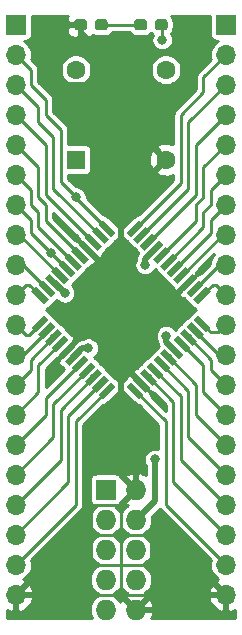
<source format=gbr>
G04 #@! TF.GenerationSoftware,KiCad,Pcbnew,(5.1.0)-1*
G04 #@! TF.CreationDate,2020-08-07T11:47:51-07:00*
G04 #@! TF.ProjectId,MAX7_Proto,4d415837-5f50-4726-9f74-6f2e6b696361,rev?*
G04 #@! TF.SameCoordinates,Original*
G04 #@! TF.FileFunction,Copper,L1,Top*
G04 #@! TF.FilePolarity,Positive*
%FSLAX46Y46*%
G04 Gerber Fmt 4.6, Leading zero omitted, Abs format (unit mm)*
G04 Created by KiCad (PCBNEW (5.1.0)-1) date 2020-08-07 11:47:51*
%MOMM*%
%LPD*%
G04 APERTURE LIST*
%ADD10R,1.600000X1.600000*%
%ADD11C,1.600000*%
%ADD12O,1.700000X1.700000*%
%ADD13R,1.700000X1.700000*%
%ADD14R,1.727200X1.727200*%
%ADD15O,1.727200X1.727200*%
%ADD16C,0.100000*%
%ADD17C,0.950000*%
%ADD18C,0.550000*%
%ADD19C,0.800000*%
%ADD20C,0.500000*%
%ADD21C,0.250000*%
%ADD22C,0.254000*%
G04 APERTURE END LIST*
D10*
X133350000Y-88900000D03*
D11*
X133350000Y-81280000D03*
X140970000Y-81280000D03*
X140970000Y-88900000D03*
D12*
X128270000Y-125730000D03*
X128270000Y-123190000D03*
X128270000Y-120650000D03*
X128270000Y-118110000D03*
X128270000Y-115570000D03*
X128270000Y-113030000D03*
X128270000Y-110490000D03*
X128270000Y-107950000D03*
X128270000Y-105410000D03*
X128270000Y-102870000D03*
X128270000Y-100330000D03*
X128270000Y-97790000D03*
X128270000Y-95250000D03*
X128270000Y-92710000D03*
X128270000Y-90170000D03*
X128270000Y-87630000D03*
X128270000Y-85090000D03*
X128270000Y-82550000D03*
X128270000Y-80010000D03*
D13*
X128270000Y-77470000D03*
D14*
X135890000Y-116840000D03*
D15*
X138430000Y-116840000D03*
X135890000Y-119380000D03*
X138430000Y-119380000D03*
X135890000Y-121920000D03*
X138430000Y-121920000D03*
X135890000Y-124460000D03*
X138430000Y-124460000D03*
X135890000Y-127000000D03*
X138430000Y-127000000D03*
D13*
X146050000Y-77470000D03*
D12*
X146050000Y-80010000D03*
X146050000Y-82550000D03*
X146050000Y-85090000D03*
X146050000Y-87630000D03*
X146050000Y-90170000D03*
X146050000Y-92710000D03*
X146050000Y-95250000D03*
X146050000Y-97790000D03*
X146050000Y-100330000D03*
X146050000Y-102870000D03*
X146050000Y-105410000D03*
X146050000Y-107950000D03*
X146050000Y-110490000D03*
X146050000Y-113030000D03*
X146050000Y-115570000D03*
X146050000Y-118110000D03*
X146050000Y-120650000D03*
X146050000Y-123190000D03*
X146050000Y-125730000D03*
D16*
G36*
X134055779Y-76996144D02*
G01*
X134078834Y-76999563D01*
X134101443Y-77005227D01*
X134123387Y-77013079D01*
X134144457Y-77023044D01*
X134164448Y-77035026D01*
X134183168Y-77048910D01*
X134200438Y-77064562D01*
X134216090Y-77081832D01*
X134229974Y-77100552D01*
X134241956Y-77120543D01*
X134251921Y-77141613D01*
X134259773Y-77163557D01*
X134265437Y-77186166D01*
X134268856Y-77209221D01*
X134270000Y-77232500D01*
X134270000Y-77707500D01*
X134268856Y-77730779D01*
X134265437Y-77753834D01*
X134259773Y-77776443D01*
X134251921Y-77798387D01*
X134241956Y-77819457D01*
X134229974Y-77839448D01*
X134216090Y-77858168D01*
X134200438Y-77875438D01*
X134183168Y-77891090D01*
X134164448Y-77904974D01*
X134144457Y-77916956D01*
X134123387Y-77926921D01*
X134101443Y-77934773D01*
X134078834Y-77940437D01*
X134055779Y-77943856D01*
X134032500Y-77945000D01*
X133457500Y-77945000D01*
X133434221Y-77943856D01*
X133411166Y-77940437D01*
X133388557Y-77934773D01*
X133366613Y-77926921D01*
X133345543Y-77916956D01*
X133325552Y-77904974D01*
X133306832Y-77891090D01*
X133289562Y-77875438D01*
X133273910Y-77858168D01*
X133260026Y-77839448D01*
X133248044Y-77819457D01*
X133238079Y-77798387D01*
X133230227Y-77776443D01*
X133224563Y-77753834D01*
X133221144Y-77730779D01*
X133220000Y-77707500D01*
X133220000Y-77232500D01*
X133221144Y-77209221D01*
X133224563Y-77186166D01*
X133230227Y-77163557D01*
X133238079Y-77141613D01*
X133248044Y-77120543D01*
X133260026Y-77100552D01*
X133273910Y-77081832D01*
X133289562Y-77064562D01*
X133306832Y-77048910D01*
X133325552Y-77035026D01*
X133345543Y-77023044D01*
X133366613Y-77013079D01*
X133388557Y-77005227D01*
X133411166Y-76999563D01*
X133434221Y-76996144D01*
X133457500Y-76995000D01*
X134032500Y-76995000D01*
X134055779Y-76996144D01*
X134055779Y-76996144D01*
G37*
D17*
X133745000Y-77470000D03*
D16*
G36*
X135805779Y-76996144D02*
G01*
X135828834Y-76999563D01*
X135851443Y-77005227D01*
X135873387Y-77013079D01*
X135894457Y-77023044D01*
X135914448Y-77035026D01*
X135933168Y-77048910D01*
X135950438Y-77064562D01*
X135966090Y-77081832D01*
X135979974Y-77100552D01*
X135991956Y-77120543D01*
X136001921Y-77141613D01*
X136009773Y-77163557D01*
X136015437Y-77186166D01*
X136018856Y-77209221D01*
X136020000Y-77232500D01*
X136020000Y-77707500D01*
X136018856Y-77730779D01*
X136015437Y-77753834D01*
X136009773Y-77776443D01*
X136001921Y-77798387D01*
X135991956Y-77819457D01*
X135979974Y-77839448D01*
X135966090Y-77858168D01*
X135950438Y-77875438D01*
X135933168Y-77891090D01*
X135914448Y-77904974D01*
X135894457Y-77916956D01*
X135873387Y-77926921D01*
X135851443Y-77934773D01*
X135828834Y-77940437D01*
X135805779Y-77943856D01*
X135782500Y-77945000D01*
X135207500Y-77945000D01*
X135184221Y-77943856D01*
X135161166Y-77940437D01*
X135138557Y-77934773D01*
X135116613Y-77926921D01*
X135095543Y-77916956D01*
X135075552Y-77904974D01*
X135056832Y-77891090D01*
X135039562Y-77875438D01*
X135023910Y-77858168D01*
X135010026Y-77839448D01*
X134998044Y-77819457D01*
X134988079Y-77798387D01*
X134980227Y-77776443D01*
X134974563Y-77753834D01*
X134971144Y-77730779D01*
X134970000Y-77707500D01*
X134970000Y-77232500D01*
X134971144Y-77209221D01*
X134974563Y-77186166D01*
X134980227Y-77163557D01*
X134988079Y-77141613D01*
X134998044Y-77120543D01*
X135010026Y-77100552D01*
X135023910Y-77081832D01*
X135039562Y-77064562D01*
X135056832Y-77048910D01*
X135075552Y-77035026D01*
X135095543Y-77023044D01*
X135116613Y-77013079D01*
X135138557Y-77005227D01*
X135161166Y-76999563D01*
X135184221Y-76996144D01*
X135207500Y-76995000D01*
X135782500Y-76995000D01*
X135805779Y-76996144D01*
X135805779Y-76996144D01*
G37*
D17*
X135495000Y-77470000D03*
D16*
G36*
X140885779Y-76996144D02*
G01*
X140908834Y-76999563D01*
X140931443Y-77005227D01*
X140953387Y-77013079D01*
X140974457Y-77023044D01*
X140994448Y-77035026D01*
X141013168Y-77048910D01*
X141030438Y-77064562D01*
X141046090Y-77081832D01*
X141059974Y-77100552D01*
X141071956Y-77120543D01*
X141081921Y-77141613D01*
X141089773Y-77163557D01*
X141095437Y-77186166D01*
X141098856Y-77209221D01*
X141100000Y-77232500D01*
X141100000Y-77707500D01*
X141098856Y-77730779D01*
X141095437Y-77753834D01*
X141089773Y-77776443D01*
X141081921Y-77798387D01*
X141071956Y-77819457D01*
X141059974Y-77839448D01*
X141046090Y-77858168D01*
X141030438Y-77875438D01*
X141013168Y-77891090D01*
X140994448Y-77904974D01*
X140974457Y-77916956D01*
X140953387Y-77926921D01*
X140931443Y-77934773D01*
X140908834Y-77940437D01*
X140885779Y-77943856D01*
X140862500Y-77945000D01*
X140287500Y-77945000D01*
X140264221Y-77943856D01*
X140241166Y-77940437D01*
X140218557Y-77934773D01*
X140196613Y-77926921D01*
X140175543Y-77916956D01*
X140155552Y-77904974D01*
X140136832Y-77891090D01*
X140119562Y-77875438D01*
X140103910Y-77858168D01*
X140090026Y-77839448D01*
X140078044Y-77819457D01*
X140068079Y-77798387D01*
X140060227Y-77776443D01*
X140054563Y-77753834D01*
X140051144Y-77730779D01*
X140050000Y-77707500D01*
X140050000Y-77232500D01*
X140051144Y-77209221D01*
X140054563Y-77186166D01*
X140060227Y-77163557D01*
X140068079Y-77141613D01*
X140078044Y-77120543D01*
X140090026Y-77100552D01*
X140103910Y-77081832D01*
X140119562Y-77064562D01*
X140136832Y-77048910D01*
X140155552Y-77035026D01*
X140175543Y-77023044D01*
X140196613Y-77013079D01*
X140218557Y-77005227D01*
X140241166Y-76999563D01*
X140264221Y-76996144D01*
X140287500Y-76995000D01*
X140862500Y-76995000D01*
X140885779Y-76996144D01*
X140885779Y-76996144D01*
G37*
D17*
X140575000Y-77470000D03*
D16*
G36*
X139135779Y-76996144D02*
G01*
X139158834Y-76999563D01*
X139181443Y-77005227D01*
X139203387Y-77013079D01*
X139224457Y-77023044D01*
X139244448Y-77035026D01*
X139263168Y-77048910D01*
X139280438Y-77064562D01*
X139296090Y-77081832D01*
X139309974Y-77100552D01*
X139321956Y-77120543D01*
X139331921Y-77141613D01*
X139339773Y-77163557D01*
X139345437Y-77186166D01*
X139348856Y-77209221D01*
X139350000Y-77232500D01*
X139350000Y-77707500D01*
X139348856Y-77730779D01*
X139345437Y-77753834D01*
X139339773Y-77776443D01*
X139331921Y-77798387D01*
X139321956Y-77819457D01*
X139309974Y-77839448D01*
X139296090Y-77858168D01*
X139280438Y-77875438D01*
X139263168Y-77891090D01*
X139244448Y-77904974D01*
X139224457Y-77916956D01*
X139203387Y-77926921D01*
X139181443Y-77934773D01*
X139158834Y-77940437D01*
X139135779Y-77943856D01*
X139112500Y-77945000D01*
X138537500Y-77945000D01*
X138514221Y-77943856D01*
X138491166Y-77940437D01*
X138468557Y-77934773D01*
X138446613Y-77926921D01*
X138425543Y-77916956D01*
X138405552Y-77904974D01*
X138386832Y-77891090D01*
X138369562Y-77875438D01*
X138353910Y-77858168D01*
X138340026Y-77839448D01*
X138328044Y-77819457D01*
X138318079Y-77798387D01*
X138310227Y-77776443D01*
X138304563Y-77753834D01*
X138301144Y-77730779D01*
X138300000Y-77707500D01*
X138300000Y-77232500D01*
X138301144Y-77209221D01*
X138304563Y-77186166D01*
X138310227Y-77163557D01*
X138318079Y-77141613D01*
X138328044Y-77120543D01*
X138340026Y-77100552D01*
X138353910Y-77081832D01*
X138369562Y-77064562D01*
X138386832Y-77048910D01*
X138405552Y-77035026D01*
X138425543Y-77023044D01*
X138446613Y-77013079D01*
X138468557Y-77005227D01*
X138491166Y-76999563D01*
X138514221Y-76996144D01*
X138537500Y-76995000D01*
X139112500Y-76995000D01*
X139135779Y-76996144D01*
X139135779Y-76996144D01*
G37*
D17*
X138825000Y-77470000D03*
D18*
X135957918Y-94741064D03*
D16*
G36*
X135233134Y-94405188D02*
G01*
X135622042Y-94016280D01*
X136682702Y-95076940D01*
X136293794Y-95465848D01*
X135233134Y-94405188D01*
X135233134Y-94405188D01*
G37*
D18*
X135392233Y-95306750D03*
D16*
G36*
X134667449Y-94970874D02*
G01*
X135056357Y-94581966D01*
X136117017Y-95642626D01*
X135728109Y-96031534D01*
X134667449Y-94970874D01*
X134667449Y-94970874D01*
G37*
D18*
X134826548Y-95872435D03*
D16*
G36*
X134101764Y-95536559D02*
G01*
X134490672Y-95147651D01*
X135551332Y-96208311D01*
X135162424Y-96597219D01*
X134101764Y-95536559D01*
X134101764Y-95536559D01*
G37*
D18*
X134260862Y-96438120D03*
D16*
G36*
X133536078Y-96102244D02*
G01*
X133924986Y-95713336D01*
X134985646Y-96773996D01*
X134596738Y-97162904D01*
X133536078Y-96102244D01*
X133536078Y-96102244D01*
G37*
D18*
X133695177Y-97003806D03*
D16*
G36*
X132970393Y-96667930D02*
G01*
X133359301Y-96279022D01*
X134419961Y-97339682D01*
X134031053Y-97728590D01*
X132970393Y-96667930D01*
X132970393Y-96667930D01*
G37*
D18*
X133129491Y-97569491D03*
D16*
G36*
X132404707Y-97233615D02*
G01*
X132793615Y-96844707D01*
X133854275Y-97905367D01*
X133465367Y-98294275D01*
X132404707Y-97233615D01*
X132404707Y-97233615D01*
G37*
D18*
X132563806Y-98135177D03*
D16*
G36*
X131839022Y-97799301D02*
G01*
X132227930Y-97410393D01*
X133288590Y-98471053D01*
X132899682Y-98859961D01*
X131839022Y-97799301D01*
X131839022Y-97799301D01*
G37*
D18*
X131998120Y-98700862D03*
D16*
G36*
X131273336Y-98364986D02*
G01*
X131662244Y-97976078D01*
X132722904Y-99036738D01*
X132333996Y-99425646D01*
X131273336Y-98364986D01*
X131273336Y-98364986D01*
G37*
D18*
X131432435Y-99266548D03*
D16*
G36*
X130707651Y-98930672D02*
G01*
X131096559Y-98541764D01*
X132157219Y-99602424D01*
X131768311Y-99991332D01*
X130707651Y-98930672D01*
X130707651Y-98930672D01*
G37*
D18*
X130866750Y-99832233D03*
D16*
G36*
X130141966Y-99496357D02*
G01*
X130530874Y-99107449D01*
X131591534Y-100168109D01*
X131202626Y-100557017D01*
X130141966Y-99496357D01*
X130141966Y-99496357D01*
G37*
D18*
X130301064Y-100397918D03*
D16*
G36*
X129576280Y-100062042D02*
G01*
X129965188Y-99673134D01*
X131025848Y-100733794D01*
X130636940Y-101122702D01*
X129576280Y-100062042D01*
X129576280Y-100062042D01*
G37*
D18*
X130301064Y-102802082D03*
D16*
G36*
X129965188Y-103526866D02*
G01*
X129576280Y-103137958D01*
X130636940Y-102077298D01*
X131025848Y-102466206D01*
X129965188Y-103526866D01*
X129965188Y-103526866D01*
G37*
D18*
X130866750Y-103367767D03*
D16*
G36*
X130530874Y-104092551D02*
G01*
X130141966Y-103703643D01*
X131202626Y-102642983D01*
X131591534Y-103031891D01*
X130530874Y-104092551D01*
X130530874Y-104092551D01*
G37*
D18*
X131432435Y-103933452D03*
D16*
G36*
X131096559Y-104658236D02*
G01*
X130707651Y-104269328D01*
X131768311Y-103208668D01*
X132157219Y-103597576D01*
X131096559Y-104658236D01*
X131096559Y-104658236D01*
G37*
D18*
X131998120Y-104499138D03*
D16*
G36*
X131662244Y-105223922D02*
G01*
X131273336Y-104835014D01*
X132333996Y-103774354D01*
X132722904Y-104163262D01*
X131662244Y-105223922D01*
X131662244Y-105223922D01*
G37*
D18*
X132563806Y-105064823D03*
D16*
G36*
X132227930Y-105789607D02*
G01*
X131839022Y-105400699D01*
X132899682Y-104340039D01*
X133288590Y-104728947D01*
X132227930Y-105789607D01*
X132227930Y-105789607D01*
G37*
D18*
X133129491Y-105630509D03*
D16*
G36*
X132793615Y-106355293D02*
G01*
X132404707Y-105966385D01*
X133465367Y-104905725D01*
X133854275Y-105294633D01*
X132793615Y-106355293D01*
X132793615Y-106355293D01*
G37*
D18*
X133695177Y-106196194D03*
D16*
G36*
X133359301Y-106920978D02*
G01*
X132970393Y-106532070D01*
X134031053Y-105471410D01*
X134419961Y-105860318D01*
X133359301Y-106920978D01*
X133359301Y-106920978D01*
G37*
D18*
X134260862Y-106761880D03*
D16*
G36*
X133924986Y-107486664D02*
G01*
X133536078Y-107097756D01*
X134596738Y-106037096D01*
X134985646Y-106426004D01*
X133924986Y-107486664D01*
X133924986Y-107486664D01*
G37*
D18*
X134826548Y-107327565D03*
D16*
G36*
X134490672Y-108052349D02*
G01*
X134101764Y-107663441D01*
X135162424Y-106602781D01*
X135551332Y-106991689D01*
X134490672Y-108052349D01*
X134490672Y-108052349D01*
G37*
D18*
X135392233Y-107893250D03*
D16*
G36*
X135056357Y-108618034D02*
G01*
X134667449Y-108229126D01*
X135728109Y-107168466D01*
X136117017Y-107557374D01*
X135056357Y-108618034D01*
X135056357Y-108618034D01*
G37*
D18*
X135957918Y-108458936D03*
D16*
G36*
X135622042Y-109183720D02*
G01*
X135233134Y-108794812D01*
X136293794Y-107734152D01*
X136682702Y-108123060D01*
X135622042Y-109183720D01*
X135622042Y-109183720D01*
G37*
D18*
X138362082Y-108458936D03*
D16*
G36*
X137637298Y-108123060D02*
G01*
X138026206Y-107734152D01*
X139086866Y-108794812D01*
X138697958Y-109183720D01*
X137637298Y-108123060D01*
X137637298Y-108123060D01*
G37*
D18*
X138927767Y-107893250D03*
D16*
G36*
X138202983Y-107557374D02*
G01*
X138591891Y-107168466D01*
X139652551Y-108229126D01*
X139263643Y-108618034D01*
X138202983Y-107557374D01*
X138202983Y-107557374D01*
G37*
D18*
X139493452Y-107327565D03*
D16*
G36*
X138768668Y-106991689D02*
G01*
X139157576Y-106602781D01*
X140218236Y-107663441D01*
X139829328Y-108052349D01*
X138768668Y-106991689D01*
X138768668Y-106991689D01*
G37*
D18*
X140059138Y-106761880D03*
D16*
G36*
X139334354Y-106426004D02*
G01*
X139723262Y-106037096D01*
X140783922Y-107097756D01*
X140395014Y-107486664D01*
X139334354Y-106426004D01*
X139334354Y-106426004D01*
G37*
D18*
X140624823Y-106196194D03*
D16*
G36*
X139900039Y-105860318D02*
G01*
X140288947Y-105471410D01*
X141349607Y-106532070D01*
X140960699Y-106920978D01*
X139900039Y-105860318D01*
X139900039Y-105860318D01*
G37*
D18*
X141190509Y-105630509D03*
D16*
G36*
X140465725Y-105294633D02*
G01*
X140854633Y-104905725D01*
X141915293Y-105966385D01*
X141526385Y-106355293D01*
X140465725Y-105294633D01*
X140465725Y-105294633D01*
G37*
D18*
X141756194Y-105064823D03*
D16*
G36*
X141031410Y-104728947D02*
G01*
X141420318Y-104340039D01*
X142480978Y-105400699D01*
X142092070Y-105789607D01*
X141031410Y-104728947D01*
X141031410Y-104728947D01*
G37*
D18*
X142321880Y-104499138D03*
D16*
G36*
X141597096Y-104163262D02*
G01*
X141986004Y-103774354D01*
X143046664Y-104835014D01*
X142657756Y-105223922D01*
X141597096Y-104163262D01*
X141597096Y-104163262D01*
G37*
D18*
X142887565Y-103933452D03*
D16*
G36*
X142162781Y-103597576D02*
G01*
X142551689Y-103208668D01*
X143612349Y-104269328D01*
X143223441Y-104658236D01*
X142162781Y-103597576D01*
X142162781Y-103597576D01*
G37*
D18*
X143453250Y-103367767D03*
D16*
G36*
X142728466Y-103031891D02*
G01*
X143117374Y-102642983D01*
X144178034Y-103703643D01*
X143789126Y-104092551D01*
X142728466Y-103031891D01*
X142728466Y-103031891D01*
G37*
D18*
X144018936Y-102802082D03*
D16*
G36*
X143294152Y-102466206D02*
G01*
X143683060Y-102077298D01*
X144743720Y-103137958D01*
X144354812Y-103526866D01*
X143294152Y-102466206D01*
X143294152Y-102466206D01*
G37*
D18*
X144018936Y-100397918D03*
D16*
G36*
X143683060Y-101122702D02*
G01*
X143294152Y-100733794D01*
X144354812Y-99673134D01*
X144743720Y-100062042D01*
X143683060Y-101122702D01*
X143683060Y-101122702D01*
G37*
D18*
X143453250Y-99832233D03*
D16*
G36*
X143117374Y-100557017D02*
G01*
X142728466Y-100168109D01*
X143789126Y-99107449D01*
X144178034Y-99496357D01*
X143117374Y-100557017D01*
X143117374Y-100557017D01*
G37*
D18*
X142887565Y-99266548D03*
D16*
G36*
X142551689Y-99991332D02*
G01*
X142162781Y-99602424D01*
X143223441Y-98541764D01*
X143612349Y-98930672D01*
X142551689Y-99991332D01*
X142551689Y-99991332D01*
G37*
D18*
X142321880Y-98700862D03*
D16*
G36*
X141986004Y-99425646D02*
G01*
X141597096Y-99036738D01*
X142657756Y-97976078D01*
X143046664Y-98364986D01*
X141986004Y-99425646D01*
X141986004Y-99425646D01*
G37*
D18*
X141756194Y-98135177D03*
D16*
G36*
X141420318Y-98859961D02*
G01*
X141031410Y-98471053D01*
X142092070Y-97410393D01*
X142480978Y-97799301D01*
X141420318Y-98859961D01*
X141420318Y-98859961D01*
G37*
D18*
X141190509Y-97569491D03*
D16*
G36*
X140854633Y-98294275D02*
G01*
X140465725Y-97905367D01*
X141526385Y-96844707D01*
X141915293Y-97233615D01*
X140854633Y-98294275D01*
X140854633Y-98294275D01*
G37*
D18*
X140624823Y-97003806D03*
D16*
G36*
X140288947Y-97728590D02*
G01*
X139900039Y-97339682D01*
X140960699Y-96279022D01*
X141349607Y-96667930D01*
X140288947Y-97728590D01*
X140288947Y-97728590D01*
G37*
D18*
X140059138Y-96438120D03*
D16*
G36*
X139723262Y-97162904D02*
G01*
X139334354Y-96773996D01*
X140395014Y-95713336D01*
X140783922Y-96102244D01*
X139723262Y-97162904D01*
X139723262Y-97162904D01*
G37*
D18*
X139493452Y-95872435D03*
D16*
G36*
X139157576Y-96597219D02*
G01*
X138768668Y-96208311D01*
X139829328Y-95147651D01*
X140218236Y-95536559D01*
X139157576Y-96597219D01*
X139157576Y-96597219D01*
G37*
D18*
X138927767Y-95306750D03*
D16*
G36*
X138591891Y-96031534D02*
G01*
X138202983Y-95642626D01*
X139263643Y-94581966D01*
X139652551Y-94970874D01*
X138591891Y-96031534D01*
X138591891Y-96031534D01*
G37*
D18*
X138362082Y-94741064D03*
D16*
G36*
X138026206Y-95465848D02*
G01*
X137637298Y-95076940D01*
X138697958Y-94016280D01*
X139086866Y-94405188D01*
X138026206Y-95465848D01*
X138026206Y-95465848D01*
G37*
D19*
X140970000Y-99695000D03*
X133350000Y-103505000D03*
X139065000Y-105410000D03*
X135255000Y-97790000D03*
X140970000Y-85090000D03*
X137160000Y-85090000D03*
X137160000Y-80645000D03*
X131445010Y-82550000D03*
X132080000Y-85090000D03*
X132400000Y-100200000D03*
X134400000Y-104865000D03*
X141000000Y-103800000D03*
X139200000Y-97800000D03*
X140024230Y-114286540D03*
X140652500Y-78740000D03*
X131196815Y-96768185D03*
X133350000Y-92075000D03*
D20*
X142887565Y-99266548D02*
X141514113Y-100640000D01*
X140025000Y-100640000D02*
X140010000Y-100640000D01*
X140970000Y-99695000D02*
X140025000Y-100640000D01*
X141514113Y-100640000D02*
X140010000Y-100640000D01*
X140010000Y-100640000D02*
X137160000Y-100640000D01*
X132563806Y-105064823D02*
X133350000Y-104278629D01*
X133350000Y-104278629D02*
X133350000Y-103505000D01*
X133350000Y-103505000D02*
X137160000Y-103505000D01*
X137160000Y-103505000D02*
X137160000Y-100640000D01*
X139065000Y-105410000D02*
X137160000Y-105410000D01*
X137160000Y-105410000D02*
X137160000Y-103505000D01*
X135255000Y-97432258D02*
X134260862Y-96438120D01*
X135255000Y-97790000D02*
X135255000Y-97432258D01*
X135255000Y-97790000D02*
X137160000Y-97790000D01*
X137160000Y-100640000D02*
X137160000Y-97790000D01*
X137160000Y-92710000D02*
X140970000Y-88900000D01*
X137160000Y-97790000D02*
X137160000Y-92710000D01*
X137160000Y-115570000D02*
X138430000Y-116840000D01*
X137714517Y-106680000D02*
X137160000Y-106680000D01*
X138927767Y-107893250D02*
X137714517Y-106680000D01*
X137160000Y-105410000D02*
X137160000Y-106680000D01*
X137160000Y-106680000D02*
X137160000Y-115570000D01*
D21*
X129540000Y-124460000D02*
X130810000Y-125730000D01*
X138919130Y-125730000D02*
X139700000Y-125730000D01*
X138430000Y-125730000D02*
X138919130Y-125730000D01*
X143510000Y-125730000D02*
X139700000Y-125730000D01*
X144780000Y-124460000D02*
X143510000Y-125730000D01*
D20*
X138430000Y-127000000D02*
X139700000Y-125730000D01*
X140970000Y-88900000D02*
X140170001Y-88100001D01*
X140170001Y-88100001D02*
X139700000Y-87630000D01*
X139700000Y-87630000D02*
X139700000Y-85090000D01*
X139700000Y-85090000D02*
X140970000Y-85090000D01*
X139700000Y-85090000D02*
X137160000Y-85090000D01*
X135255000Y-82550000D02*
X132010695Y-82550000D01*
X132010695Y-82550000D02*
X131445010Y-82550000D01*
X137160000Y-80645000D02*
X135255000Y-82550000D01*
X133745000Y-77470000D02*
X133745000Y-78182500D01*
X136207500Y-80645000D02*
X137160000Y-80645000D01*
X133745000Y-78182500D02*
X136207500Y-80645000D01*
D21*
X137160000Y-125730000D02*
X138430000Y-125730000D01*
X130810000Y-125730000D02*
X137160000Y-125730000D01*
X143510000Y-123190000D02*
X144780000Y-124460000D01*
X129540000Y-124460000D02*
X130810000Y-123190000D01*
X130810000Y-123190000D02*
X134620000Y-123190000D01*
X134620000Y-118110000D02*
X137160000Y-118110000D01*
X137160000Y-120650000D02*
X134620000Y-120650000D01*
X134620000Y-120650000D02*
X134620000Y-118110000D01*
X134620000Y-123190000D02*
X134620000Y-120650000D01*
X137160000Y-120650000D02*
X137160000Y-118110000D01*
X137160000Y-125730000D02*
X137160000Y-120650000D01*
X137160000Y-120650000D02*
X139700000Y-120650000D01*
X139700000Y-120650000D02*
X139700000Y-123190000D01*
X134620000Y-123190000D02*
X139700000Y-123190000D01*
X139700000Y-123190000D02*
X143510000Y-123190000D01*
D20*
X138430000Y-127000000D02*
X137160000Y-125730000D01*
X138430000Y-116840000D02*
X137160000Y-118110000D01*
X128270000Y-125730000D02*
X129540000Y-124460000D01*
X146050000Y-125730000D02*
X144780000Y-124460000D01*
X137160000Y-85090000D02*
X132080000Y-85090000D01*
X131432435Y-99266548D02*
X131466548Y-99266548D01*
X131466548Y-99266548D02*
X132400000Y-100200000D01*
X133129491Y-105630509D02*
X133895000Y-104865000D01*
X133895000Y-104865000D02*
X134400000Y-104865000D01*
X141756194Y-105064823D02*
X141000000Y-104308629D01*
X141000000Y-104308629D02*
X141000000Y-103800000D01*
X140059138Y-96438120D02*
X139200000Y-97297258D01*
X139200000Y-97297258D02*
X139200000Y-97800000D01*
X140024230Y-117189900D02*
X140024230Y-114286540D01*
X138430000Y-119380000D02*
X140024230Y-117785770D01*
X140024230Y-117785770D02*
X140024230Y-117189900D01*
D21*
X140652500Y-77547500D02*
X140575000Y-77470000D01*
X140652500Y-78740000D02*
X140652500Y-77547500D01*
X135495000Y-77470000D02*
X138825000Y-77470000D01*
X133350000Y-118110000D02*
X133350000Y-111066854D01*
X128270000Y-123190000D02*
X133350000Y-118110000D01*
X133350000Y-111066854D02*
X135957918Y-108458936D01*
X132715000Y-116205000D02*
X132715000Y-110570483D01*
X128270000Y-120650000D02*
X132715000Y-116205000D01*
X132715000Y-110570483D02*
X135392233Y-107893250D01*
X132080000Y-114300000D02*
X132080000Y-110074113D01*
X128270000Y-118110000D02*
X132080000Y-114300000D01*
X132080000Y-110074113D02*
X134826548Y-107327565D01*
X128270000Y-115570000D02*
X131445000Y-112395000D01*
X131445000Y-109577742D02*
X134260862Y-106761880D01*
X131445000Y-112395000D02*
X131445000Y-109577742D01*
X128270000Y-113030000D02*
X130810000Y-110490000D01*
X130810000Y-109081371D02*
X133695177Y-106196194D01*
X130810000Y-110490000D02*
X130810000Y-109081371D01*
X128270000Y-110490000D02*
X130175000Y-108585000D01*
X130175000Y-106322258D02*
X131998120Y-104499138D01*
X130175000Y-108585000D02*
X130175000Y-106322258D01*
X129540000Y-106680000D02*
X128270000Y-107950000D01*
X131432435Y-103933452D02*
X129540000Y-105825887D01*
X129540000Y-105825887D02*
X129540000Y-106680000D01*
X128824517Y-105410000D02*
X128270000Y-105410000D01*
X130866750Y-103367767D02*
X128824517Y-105410000D01*
X129119999Y-103719999D02*
X128270000Y-102870000D01*
X129383147Y-103719999D02*
X129119999Y-103719999D01*
X130301064Y-102802082D02*
X129383147Y-103719999D01*
X129119999Y-99480001D02*
X128270000Y-100330000D01*
X129383147Y-99480001D02*
X129119999Y-99480001D01*
X130301064Y-100397918D02*
X129383147Y-99480001D01*
X128824517Y-97790000D02*
X128270000Y-97790000D01*
X130866750Y-99832233D02*
X128824517Y-97790000D01*
X128547258Y-95250000D02*
X128270000Y-95250000D01*
X131998120Y-98700862D02*
X128547258Y-95250000D01*
X128270000Y-92710000D02*
X129540000Y-93980000D01*
X129540000Y-93980000D02*
X129540000Y-95111371D01*
X129540000Y-95111371D02*
X131196815Y-96768185D01*
X131196815Y-96768185D02*
X132563806Y-98135177D01*
X130175000Y-94615000D02*
X133129491Y-97569491D01*
X129540000Y-92710000D02*
X130175000Y-93345000D01*
X129540000Y-91440000D02*
X129540000Y-92710000D01*
X130175000Y-93345000D02*
X130175000Y-94615000D01*
X128270000Y-90170000D02*
X129540000Y-91440000D01*
X130175000Y-89535000D02*
X128270000Y-87630000D01*
X130175000Y-92075000D02*
X130175000Y-89535000D01*
X130810000Y-92710000D02*
X130175000Y-92075000D01*
X133695177Y-97003806D02*
X130810000Y-94118629D01*
X130810000Y-94118629D02*
X130810000Y-92710000D01*
X129540000Y-86360000D02*
X128270000Y-85090000D01*
X130810000Y-87630000D02*
X129540000Y-86360000D01*
X134826548Y-95872435D02*
X130810000Y-91855887D01*
X130810000Y-91855887D02*
X130810000Y-87630000D01*
X131445000Y-91359517D02*
X135392233Y-95306750D01*
X131445000Y-86995000D02*
X131445000Y-91359517D01*
X130175000Y-85725000D02*
X131445000Y-86995000D01*
X128270000Y-82550000D02*
X130175000Y-84455000D01*
X130175000Y-84455000D02*
X130175000Y-85725000D01*
X133350000Y-92133146D02*
X133350000Y-92075000D01*
X135957918Y-94741064D02*
X133350000Y-92133146D01*
X132080000Y-90805000D02*
X133350000Y-92075000D01*
X128270000Y-80010000D02*
X129540000Y-81280000D01*
X129540000Y-81280000D02*
X129540000Y-82550000D01*
X129540000Y-82550000D02*
X130810000Y-83820000D01*
X130810000Y-83820000D02*
X130810000Y-85090000D01*
X130810000Y-85090000D02*
X132080000Y-86360000D01*
X132080000Y-86360000D02*
X132080000Y-90805000D01*
X146050000Y-123190000D02*
X140970000Y-118110000D01*
X140970000Y-111066854D02*
X138362082Y-108458936D01*
X140970000Y-118110000D02*
X140970000Y-111066854D01*
X146050000Y-120650000D02*
X141605000Y-116205000D01*
X141605000Y-109439113D02*
X139493452Y-107327565D01*
X141605000Y-116205000D02*
X141605000Y-109439113D01*
X146050000Y-118110000D02*
X142240000Y-114300000D01*
X142240000Y-108942742D02*
X140059138Y-106761880D01*
X142240000Y-114300000D02*
X142240000Y-108942742D01*
X146050000Y-115570000D02*
X142875000Y-112395000D01*
X142875000Y-108446371D02*
X140624823Y-106196194D01*
X142875000Y-112395000D02*
X142875000Y-108446371D01*
X146050000Y-113030000D02*
X143510000Y-110490000D01*
X143510000Y-107950000D02*
X141190509Y-105630509D01*
X143510000Y-110490000D02*
X143510000Y-107950000D01*
X144145000Y-106322258D02*
X142321880Y-104499138D01*
X146050000Y-110490000D02*
X144145000Y-108585000D01*
X144145000Y-108585000D02*
X144145000Y-106322258D01*
X146050000Y-107950000D02*
X144780000Y-106680000D01*
X144780000Y-105825887D02*
X142887565Y-103933452D01*
X144780000Y-106680000D02*
X144780000Y-105825887D01*
X145495483Y-105410000D02*
X146050000Y-105410000D01*
X143453250Y-103367767D02*
X145495483Y-105410000D01*
X145385927Y-103534073D02*
X145415000Y-103505000D01*
X144750927Y-103534073D02*
X145385927Y-103534073D01*
X146050000Y-102870000D02*
X145415000Y-103505000D01*
X144750927Y-103534073D02*
X144018936Y-102802082D01*
X145200001Y-99480001D02*
X146050000Y-100330000D01*
X144936853Y-99480001D02*
X145200001Y-99480001D01*
X144018936Y-100397918D02*
X144936853Y-99480001D01*
X145495483Y-97790000D02*
X146050000Y-97790000D01*
X143453250Y-99832233D02*
X145495483Y-97790000D01*
X145772742Y-95250000D02*
X146050000Y-95250000D01*
X142321880Y-98700862D02*
X145772742Y-95250000D01*
X144780000Y-95111371D02*
X141756194Y-98135177D01*
X146050000Y-92710000D02*
X144780000Y-93980000D01*
X144780000Y-93980000D02*
X144780000Y-95111371D01*
X144145000Y-94615000D02*
X141190509Y-97569491D01*
X144145000Y-93345000D02*
X144780000Y-92710000D01*
X144145000Y-93345000D02*
X144145000Y-94615000D01*
X144780000Y-92710000D02*
X144780000Y-91440000D01*
X146050000Y-90170000D02*
X144780000Y-91440000D01*
X143510000Y-94118629D02*
X140624823Y-97003806D01*
X143510000Y-92710000D02*
X144145000Y-92075000D01*
X143510000Y-92710000D02*
X143510000Y-94118629D01*
X144145000Y-92075000D02*
X144145000Y-89535000D01*
X146050000Y-87630000D02*
X144145000Y-89535000D01*
X143510000Y-91855887D02*
X143510000Y-87630000D01*
X139493452Y-95872435D02*
X143510000Y-91855887D01*
X146050000Y-85090000D02*
X143510000Y-87630000D01*
X138927767Y-95306750D02*
X142875000Y-91359517D01*
X146050000Y-82550000D02*
X142875000Y-85725000D01*
X142875000Y-91359517D02*
X142875000Y-85725000D01*
X138362082Y-94741064D02*
X142240000Y-90863146D01*
X142240000Y-85090000D02*
X144145000Y-83185000D01*
X142240000Y-90863146D02*
X142240000Y-85090000D01*
X144145000Y-83185000D02*
X144145000Y-81915000D01*
X146050000Y-80010000D02*
X144145000Y-81915000D01*
D22*
G36*
X140441134Y-118463376D02*
G01*
X140520236Y-118559764D01*
X140544387Y-118579584D01*
X144752832Y-122788029D01*
X144711650Y-122923786D01*
X144685430Y-123190000D01*
X144711650Y-123456214D01*
X144789302Y-123712198D01*
X144915402Y-123948114D01*
X145085103Y-124154897D01*
X145291886Y-124324598D01*
X145412940Y-124389303D01*
X145168645Y-124534822D01*
X144952412Y-124729731D01*
X144778359Y-124963080D01*
X144653175Y-125225901D01*
X144608524Y-125373110D01*
X144729845Y-125603000D01*
X145923000Y-125603000D01*
X145923000Y-125583000D01*
X146177000Y-125583000D01*
X146177000Y-125603000D01*
X146197000Y-125603000D01*
X146197000Y-125857000D01*
X146177000Y-125857000D01*
X146177000Y-127050814D01*
X146406891Y-127171481D01*
X146681252Y-127074157D01*
X146787001Y-127011165D01*
X146787001Y-127737000D01*
X139730793Y-127737000D01*
X139839222Y-127509814D01*
X139884958Y-127359026D01*
X139763817Y-127127000D01*
X138557000Y-127127000D01*
X138557000Y-127147000D01*
X138303000Y-127147000D01*
X138303000Y-127127000D01*
X138283000Y-127127000D01*
X138283000Y-126873000D01*
X138303000Y-126873000D01*
X138303000Y-126853000D01*
X138557000Y-126853000D01*
X138557000Y-126873000D01*
X139763817Y-126873000D01*
X139884958Y-126640974D01*
X139839222Y-126490186D01*
X139712684Y-126225056D01*
X139609460Y-126086890D01*
X144608524Y-126086890D01*
X144653175Y-126234099D01*
X144778359Y-126496920D01*
X144952412Y-126730269D01*
X145168645Y-126925178D01*
X145418748Y-127074157D01*
X145693109Y-127171481D01*
X145923000Y-127050814D01*
X145923000Y-125857000D01*
X144729845Y-125857000D01*
X144608524Y-126086890D01*
X139609460Y-126086890D01*
X139536854Y-125989707D01*
X139318488Y-125793183D01*
X139094555Y-125660028D01*
X139195707Y-125605961D01*
X139404560Y-125434560D01*
X139575961Y-125225707D01*
X139703324Y-124987428D01*
X139781754Y-124728881D01*
X139808236Y-124460000D01*
X139781754Y-124191119D01*
X139703324Y-123932572D01*
X139575961Y-123694293D01*
X139404560Y-123485440D01*
X139195707Y-123314039D01*
X138963647Y-123190000D01*
X139195707Y-123065961D01*
X139404560Y-122894560D01*
X139575961Y-122685707D01*
X139703324Y-122447428D01*
X139781754Y-122188881D01*
X139808236Y-121920000D01*
X139781754Y-121651119D01*
X139703324Y-121392572D01*
X139575961Y-121154293D01*
X139404560Y-120945440D01*
X139195707Y-120774039D01*
X138963647Y-120650000D01*
X139195707Y-120525961D01*
X139404560Y-120354560D01*
X139575961Y-120145707D01*
X139703324Y-119907428D01*
X139781754Y-119648881D01*
X139808236Y-119380000D01*
X139781754Y-119111119D01*
X139779217Y-119102756D01*
X140433284Y-118448690D01*
X140441134Y-118463376D01*
X140441134Y-118463376D01*
G37*
X140441134Y-118463376D02*
X140520236Y-118559764D01*
X140544387Y-118579584D01*
X144752832Y-122788029D01*
X144711650Y-122923786D01*
X144685430Y-123190000D01*
X144711650Y-123456214D01*
X144789302Y-123712198D01*
X144915402Y-123948114D01*
X145085103Y-124154897D01*
X145291886Y-124324598D01*
X145412940Y-124389303D01*
X145168645Y-124534822D01*
X144952412Y-124729731D01*
X144778359Y-124963080D01*
X144653175Y-125225901D01*
X144608524Y-125373110D01*
X144729845Y-125603000D01*
X145923000Y-125603000D01*
X145923000Y-125583000D01*
X146177000Y-125583000D01*
X146177000Y-125603000D01*
X146197000Y-125603000D01*
X146197000Y-125857000D01*
X146177000Y-125857000D01*
X146177000Y-127050814D01*
X146406891Y-127171481D01*
X146681252Y-127074157D01*
X146787001Y-127011165D01*
X146787001Y-127737000D01*
X139730793Y-127737000D01*
X139839222Y-127509814D01*
X139884958Y-127359026D01*
X139763817Y-127127000D01*
X138557000Y-127127000D01*
X138557000Y-127147000D01*
X138303000Y-127147000D01*
X138303000Y-127127000D01*
X138283000Y-127127000D01*
X138283000Y-126873000D01*
X138303000Y-126873000D01*
X138303000Y-126853000D01*
X138557000Y-126853000D01*
X138557000Y-126873000D01*
X139763817Y-126873000D01*
X139884958Y-126640974D01*
X139839222Y-126490186D01*
X139712684Y-126225056D01*
X139609460Y-126086890D01*
X144608524Y-126086890D01*
X144653175Y-126234099D01*
X144778359Y-126496920D01*
X144952412Y-126730269D01*
X145168645Y-126925178D01*
X145418748Y-127074157D01*
X145693109Y-127171481D01*
X145923000Y-127050814D01*
X145923000Y-125857000D01*
X144729845Y-125857000D01*
X144608524Y-126086890D01*
X139609460Y-126086890D01*
X139536854Y-125989707D01*
X139318488Y-125793183D01*
X139094555Y-125660028D01*
X139195707Y-125605961D01*
X139404560Y-125434560D01*
X139575961Y-125225707D01*
X139703324Y-124987428D01*
X139781754Y-124728881D01*
X139808236Y-124460000D01*
X139781754Y-124191119D01*
X139703324Y-123932572D01*
X139575961Y-123694293D01*
X139404560Y-123485440D01*
X139195707Y-123314039D01*
X138963647Y-123190000D01*
X139195707Y-123065961D01*
X139404560Y-122894560D01*
X139575961Y-122685707D01*
X139703324Y-122447428D01*
X139781754Y-122188881D01*
X139808236Y-121920000D01*
X139781754Y-121651119D01*
X139703324Y-121392572D01*
X139575961Y-121154293D01*
X139404560Y-120945440D01*
X139195707Y-120774039D01*
X138963647Y-120650000D01*
X139195707Y-120525961D01*
X139404560Y-120354560D01*
X139575961Y-120145707D01*
X139703324Y-119907428D01*
X139781754Y-119648881D01*
X139808236Y-119380000D01*
X139781754Y-119111119D01*
X139779217Y-119102756D01*
X140433284Y-118448690D01*
X140441134Y-118463376D01*
G36*
X137165697Y-108318403D02*
G01*
X137212869Y-108406655D01*
X137276350Y-108484008D01*
X138337010Y-109544668D01*
X138414363Y-109608149D01*
X138502615Y-109655321D01*
X138598373Y-109684369D01*
X138697958Y-109694177D01*
X138701752Y-109693803D01*
X140337001Y-111329053D01*
X140337001Y-113433282D01*
X140289084Y-113413434D01*
X140113660Y-113378540D01*
X139934800Y-113378540D01*
X139759376Y-113413434D01*
X139594131Y-113481881D01*
X139445414Y-113581251D01*
X139318941Y-113707724D01*
X139219571Y-113856441D01*
X139151124Y-114021686D01*
X139116230Y-114197110D01*
X139116230Y-114375970D01*
X139151124Y-114551394D01*
X139219571Y-114716639D01*
X139266231Y-114786470D01*
X139266231Y-115602110D01*
X139065978Y-115483036D01*
X138789027Y-115385037D01*
X138557000Y-115505536D01*
X138557000Y-116713000D01*
X138577000Y-116713000D01*
X138577000Y-116967000D01*
X138557000Y-116967000D01*
X138557000Y-116987000D01*
X138303000Y-116987000D01*
X138303000Y-116967000D01*
X138283000Y-116967000D01*
X138283000Y-116713000D01*
X138303000Y-116713000D01*
X138303000Y-115505536D01*
X138070973Y-115385037D01*
X137794022Y-115483036D01*
X137541512Y-115633183D01*
X137323146Y-115829707D01*
X137258174Y-115916672D01*
X137254249Y-115876815D01*
X137225201Y-115781057D01*
X137178029Y-115692805D01*
X137114548Y-115615452D01*
X137037195Y-115551971D01*
X136948943Y-115504799D01*
X136853185Y-115475751D01*
X136753600Y-115465943D01*
X135026400Y-115465943D01*
X134926815Y-115475751D01*
X134831057Y-115504799D01*
X134742805Y-115551971D01*
X134665452Y-115615452D01*
X134601971Y-115692805D01*
X134554799Y-115781057D01*
X134525751Y-115876815D01*
X134515943Y-115976400D01*
X134515943Y-117703600D01*
X134525751Y-117803185D01*
X134554799Y-117898943D01*
X134601971Y-117987195D01*
X134665452Y-118064548D01*
X134742805Y-118128029D01*
X134831057Y-118175201D01*
X134926815Y-118204249D01*
X135026400Y-118214057D01*
X135161677Y-118214057D01*
X135124293Y-118234039D01*
X134915440Y-118405440D01*
X134744039Y-118614293D01*
X134616676Y-118852572D01*
X134538246Y-119111119D01*
X134511764Y-119380000D01*
X134538246Y-119648881D01*
X134616676Y-119907428D01*
X134744039Y-120145707D01*
X134915440Y-120354560D01*
X135124293Y-120525961D01*
X135356353Y-120650000D01*
X135124293Y-120774039D01*
X134915440Y-120945440D01*
X134744039Y-121154293D01*
X134616676Y-121392572D01*
X134538246Y-121651119D01*
X134511764Y-121920000D01*
X134538246Y-122188881D01*
X134616676Y-122447428D01*
X134744039Y-122685707D01*
X134915440Y-122894560D01*
X135124293Y-123065961D01*
X135356353Y-123190000D01*
X135124293Y-123314039D01*
X134915440Y-123485440D01*
X134744039Y-123694293D01*
X134616676Y-123932572D01*
X134538246Y-124191119D01*
X134511764Y-124460000D01*
X134538246Y-124728881D01*
X134616676Y-124987428D01*
X134744039Y-125225707D01*
X134915440Y-125434560D01*
X135124293Y-125605961D01*
X135356353Y-125730000D01*
X135124293Y-125854039D01*
X134915440Y-126025440D01*
X134744039Y-126234293D01*
X134616676Y-126472572D01*
X134538246Y-126731119D01*
X134511764Y-127000000D01*
X134538246Y-127268881D01*
X134616676Y-127527428D01*
X134728695Y-127737000D01*
X127533000Y-127737000D01*
X127533000Y-127011166D01*
X127638748Y-127074157D01*
X127913109Y-127171481D01*
X128143000Y-127050814D01*
X128143000Y-125857000D01*
X128397000Y-125857000D01*
X128397000Y-127050814D01*
X128626891Y-127171481D01*
X128901252Y-127074157D01*
X129151355Y-126925178D01*
X129367588Y-126730269D01*
X129541641Y-126496920D01*
X129666825Y-126234099D01*
X129711476Y-126086890D01*
X129590155Y-125857000D01*
X128397000Y-125857000D01*
X128143000Y-125857000D01*
X128123000Y-125857000D01*
X128123000Y-125603000D01*
X128143000Y-125603000D01*
X128143000Y-125583000D01*
X128397000Y-125583000D01*
X128397000Y-125603000D01*
X129590155Y-125603000D01*
X129711476Y-125373110D01*
X129666825Y-125225901D01*
X129541641Y-124963080D01*
X129367588Y-124729731D01*
X129151355Y-124534822D01*
X128907060Y-124389303D01*
X129028114Y-124324598D01*
X129234897Y-124154897D01*
X129404598Y-123948114D01*
X129530698Y-123712198D01*
X129608350Y-123456214D01*
X129634570Y-123190000D01*
X129608350Y-122923786D01*
X129567168Y-122788029D01*
X133775616Y-118579581D01*
X133799764Y-118559764D01*
X133878866Y-118463377D01*
X133937645Y-118353410D01*
X133973840Y-118234090D01*
X133983000Y-118141088D01*
X133983000Y-118141087D01*
X133986062Y-118110000D01*
X133983000Y-118078912D01*
X133983000Y-111329051D01*
X135618248Y-109693803D01*
X135622042Y-109694177D01*
X135721627Y-109684369D01*
X135817385Y-109655321D01*
X135905637Y-109608149D01*
X135982990Y-109544668D01*
X137043650Y-108484008D01*
X137107131Y-108406655D01*
X137154303Y-108318403D01*
X137160000Y-108299623D01*
X137165697Y-108318403D01*
X137165697Y-108318403D01*
G37*
X137165697Y-108318403D02*
X137212869Y-108406655D01*
X137276350Y-108484008D01*
X138337010Y-109544668D01*
X138414363Y-109608149D01*
X138502615Y-109655321D01*
X138598373Y-109684369D01*
X138697958Y-109694177D01*
X138701752Y-109693803D01*
X140337001Y-111329053D01*
X140337001Y-113433282D01*
X140289084Y-113413434D01*
X140113660Y-113378540D01*
X139934800Y-113378540D01*
X139759376Y-113413434D01*
X139594131Y-113481881D01*
X139445414Y-113581251D01*
X139318941Y-113707724D01*
X139219571Y-113856441D01*
X139151124Y-114021686D01*
X139116230Y-114197110D01*
X139116230Y-114375970D01*
X139151124Y-114551394D01*
X139219571Y-114716639D01*
X139266231Y-114786470D01*
X139266231Y-115602110D01*
X139065978Y-115483036D01*
X138789027Y-115385037D01*
X138557000Y-115505536D01*
X138557000Y-116713000D01*
X138577000Y-116713000D01*
X138577000Y-116967000D01*
X138557000Y-116967000D01*
X138557000Y-116987000D01*
X138303000Y-116987000D01*
X138303000Y-116967000D01*
X138283000Y-116967000D01*
X138283000Y-116713000D01*
X138303000Y-116713000D01*
X138303000Y-115505536D01*
X138070973Y-115385037D01*
X137794022Y-115483036D01*
X137541512Y-115633183D01*
X137323146Y-115829707D01*
X137258174Y-115916672D01*
X137254249Y-115876815D01*
X137225201Y-115781057D01*
X137178029Y-115692805D01*
X137114548Y-115615452D01*
X137037195Y-115551971D01*
X136948943Y-115504799D01*
X136853185Y-115475751D01*
X136753600Y-115465943D01*
X135026400Y-115465943D01*
X134926815Y-115475751D01*
X134831057Y-115504799D01*
X134742805Y-115551971D01*
X134665452Y-115615452D01*
X134601971Y-115692805D01*
X134554799Y-115781057D01*
X134525751Y-115876815D01*
X134515943Y-115976400D01*
X134515943Y-117703600D01*
X134525751Y-117803185D01*
X134554799Y-117898943D01*
X134601971Y-117987195D01*
X134665452Y-118064548D01*
X134742805Y-118128029D01*
X134831057Y-118175201D01*
X134926815Y-118204249D01*
X135026400Y-118214057D01*
X135161677Y-118214057D01*
X135124293Y-118234039D01*
X134915440Y-118405440D01*
X134744039Y-118614293D01*
X134616676Y-118852572D01*
X134538246Y-119111119D01*
X134511764Y-119380000D01*
X134538246Y-119648881D01*
X134616676Y-119907428D01*
X134744039Y-120145707D01*
X134915440Y-120354560D01*
X135124293Y-120525961D01*
X135356353Y-120650000D01*
X135124293Y-120774039D01*
X134915440Y-120945440D01*
X134744039Y-121154293D01*
X134616676Y-121392572D01*
X134538246Y-121651119D01*
X134511764Y-121920000D01*
X134538246Y-122188881D01*
X134616676Y-122447428D01*
X134744039Y-122685707D01*
X134915440Y-122894560D01*
X135124293Y-123065961D01*
X135356353Y-123190000D01*
X135124293Y-123314039D01*
X134915440Y-123485440D01*
X134744039Y-123694293D01*
X134616676Y-123932572D01*
X134538246Y-124191119D01*
X134511764Y-124460000D01*
X134538246Y-124728881D01*
X134616676Y-124987428D01*
X134744039Y-125225707D01*
X134915440Y-125434560D01*
X135124293Y-125605961D01*
X135356353Y-125730000D01*
X135124293Y-125854039D01*
X134915440Y-126025440D01*
X134744039Y-126234293D01*
X134616676Y-126472572D01*
X134538246Y-126731119D01*
X134511764Y-127000000D01*
X134538246Y-127268881D01*
X134616676Y-127527428D01*
X134728695Y-127737000D01*
X127533000Y-127737000D01*
X127533000Y-127011166D01*
X127638748Y-127074157D01*
X127913109Y-127171481D01*
X128143000Y-127050814D01*
X128143000Y-125857000D01*
X128397000Y-125857000D01*
X128397000Y-127050814D01*
X128626891Y-127171481D01*
X128901252Y-127074157D01*
X129151355Y-126925178D01*
X129367588Y-126730269D01*
X129541641Y-126496920D01*
X129666825Y-126234099D01*
X129711476Y-126086890D01*
X129590155Y-125857000D01*
X128397000Y-125857000D01*
X128143000Y-125857000D01*
X128123000Y-125857000D01*
X128123000Y-125603000D01*
X128143000Y-125603000D01*
X128143000Y-125583000D01*
X128397000Y-125583000D01*
X128397000Y-125603000D01*
X129590155Y-125603000D01*
X129711476Y-125373110D01*
X129666825Y-125225901D01*
X129541641Y-124963080D01*
X129367588Y-124729731D01*
X129151355Y-124534822D01*
X128907060Y-124389303D01*
X129028114Y-124324598D01*
X129234897Y-124154897D01*
X129404598Y-123948114D01*
X129530698Y-123712198D01*
X129608350Y-123456214D01*
X129634570Y-123190000D01*
X129608350Y-122923786D01*
X129567168Y-122788029D01*
X133775616Y-118579581D01*
X133799764Y-118559764D01*
X133878866Y-118463377D01*
X133937645Y-118353410D01*
X133973840Y-118234090D01*
X133983000Y-118141088D01*
X133983000Y-118141087D01*
X133986062Y-118110000D01*
X133983000Y-118078912D01*
X133983000Y-111329051D01*
X135618248Y-109693803D01*
X135622042Y-109694177D01*
X135721627Y-109684369D01*
X135817385Y-109655321D01*
X135905637Y-109608149D01*
X135982990Y-109544668D01*
X137043650Y-108484008D01*
X137107131Y-108406655D01*
X137154303Y-108318403D01*
X137160000Y-108299623D01*
X137165697Y-108318403D01*
G36*
X137284039Y-125225707D02*
G01*
X137455440Y-125434560D01*
X137664293Y-125605961D01*
X137765445Y-125660028D01*
X137541512Y-125793183D01*
X137323146Y-125989707D01*
X137147316Y-126225056D01*
X137092460Y-126339994D01*
X137035961Y-126234293D01*
X136864560Y-126025440D01*
X136655707Y-125854039D01*
X136423647Y-125730000D01*
X136655707Y-125605961D01*
X136864560Y-125434560D01*
X137035961Y-125225707D01*
X137160000Y-124993647D01*
X137284039Y-125225707D01*
X137284039Y-125225707D01*
G37*
X137284039Y-125225707D02*
X137455440Y-125434560D01*
X137664293Y-125605961D01*
X137765445Y-125660028D01*
X137541512Y-125793183D01*
X137323146Y-125989707D01*
X137147316Y-126225056D01*
X137092460Y-126339994D01*
X137035961Y-126234293D01*
X136864560Y-126025440D01*
X136655707Y-125854039D01*
X136423647Y-125730000D01*
X136655707Y-125605961D01*
X136864560Y-125434560D01*
X137035961Y-125225707D01*
X137160000Y-124993647D01*
X137284039Y-125225707D01*
G36*
X137284039Y-120145707D02*
G01*
X137455440Y-120354560D01*
X137664293Y-120525961D01*
X137896353Y-120650000D01*
X137664293Y-120774039D01*
X137455440Y-120945440D01*
X137284039Y-121154293D01*
X137160000Y-121386353D01*
X137035961Y-121154293D01*
X136864560Y-120945440D01*
X136655707Y-120774039D01*
X136423647Y-120650000D01*
X136655707Y-120525961D01*
X136864560Y-120354560D01*
X137035961Y-120145707D01*
X137160000Y-119913647D01*
X137284039Y-120145707D01*
X137284039Y-120145707D01*
G37*
X137284039Y-120145707D02*
X137455440Y-120354560D01*
X137664293Y-120525961D01*
X137896353Y-120650000D01*
X137664293Y-120774039D01*
X137455440Y-120945440D01*
X137284039Y-121154293D01*
X137160000Y-121386353D01*
X137035961Y-121154293D01*
X136864560Y-120945440D01*
X136655707Y-120774039D01*
X136423647Y-120650000D01*
X136655707Y-120525961D01*
X136864560Y-120354560D01*
X137035961Y-120145707D01*
X137160000Y-119913647D01*
X137284039Y-120145707D01*
G36*
X137323146Y-117850293D02*
G01*
X137541512Y-118046817D01*
X137765445Y-118179972D01*
X137664293Y-118234039D01*
X137455440Y-118405440D01*
X137284039Y-118614293D01*
X137160000Y-118846353D01*
X137035961Y-118614293D01*
X136864560Y-118405440D01*
X136655707Y-118234039D01*
X136618323Y-118214057D01*
X136753600Y-118214057D01*
X136853185Y-118204249D01*
X136948943Y-118175201D01*
X137037195Y-118128029D01*
X137114548Y-118064548D01*
X137178029Y-117987195D01*
X137225201Y-117898943D01*
X137254249Y-117803185D01*
X137258174Y-117763328D01*
X137323146Y-117850293D01*
X137323146Y-117850293D01*
G37*
X137323146Y-117850293D02*
X137541512Y-118046817D01*
X137765445Y-118179972D01*
X137664293Y-118234039D01*
X137455440Y-118405440D01*
X137284039Y-118614293D01*
X137160000Y-118846353D01*
X137035961Y-118614293D01*
X136864560Y-118405440D01*
X136655707Y-118234039D01*
X136618323Y-118214057D01*
X136753600Y-118214057D01*
X136853185Y-118204249D01*
X136948943Y-118175201D01*
X137037195Y-118128029D01*
X137114548Y-118064548D01*
X137178029Y-117987195D01*
X137225201Y-117898943D01*
X137254249Y-117803185D01*
X137258174Y-117763328D01*
X137323146Y-117850293D01*
G36*
X133483575Y-95424659D02*
G01*
X133483575Y-95481228D01*
X133597032Y-95594685D01*
X133601115Y-95636144D01*
X133630163Y-95731902D01*
X133677335Y-95820154D01*
X133740816Y-95897507D01*
X134801476Y-96958167D01*
X134878829Y-97021648D01*
X134967081Y-97068820D01*
X135062839Y-97097868D01*
X135104298Y-97101951D01*
X135217754Y-97215407D01*
X135442261Y-97215407D01*
X135517962Y-97125814D01*
X135576371Y-97015204D01*
X135612077Y-96895325D01*
X135614742Y-96866797D01*
X135912280Y-96569259D01*
X135975761Y-96491906D01*
X135988281Y-96468483D01*
X136011704Y-96455963D01*
X136089057Y-96392482D01*
X136477965Y-96003574D01*
X136541446Y-95926221D01*
X136553967Y-95902797D01*
X136577389Y-95890277D01*
X136654742Y-95826796D01*
X137043650Y-95437888D01*
X137107131Y-95360535D01*
X137154303Y-95272283D01*
X137160000Y-95253503D01*
X137165697Y-95272283D01*
X137212869Y-95360535D01*
X137276350Y-95437888D01*
X137665258Y-95826796D01*
X137742611Y-95890277D01*
X137766033Y-95902797D01*
X137778554Y-95926221D01*
X137842035Y-96003574D01*
X138230943Y-96392482D01*
X138308296Y-96455963D01*
X138331719Y-96468483D01*
X138344239Y-96491906D01*
X138407720Y-96569259D01*
X138632445Y-96793984D01*
X138566697Y-96874099D01*
X138496311Y-97005782D01*
X138457130Y-97134944D01*
X138452968Y-97148665D01*
X138438333Y-97297258D01*
X138439046Y-97304493D01*
X138395341Y-97369901D01*
X138326894Y-97535146D01*
X138292000Y-97710570D01*
X138292000Y-97889430D01*
X138326894Y-98064854D01*
X138395341Y-98230099D01*
X138494711Y-98378816D01*
X138621184Y-98505289D01*
X138769901Y-98604659D01*
X138935146Y-98673106D01*
X139110570Y-98708000D01*
X139289430Y-98708000D01*
X139464854Y-98673106D01*
X139630099Y-98604659D01*
X139778816Y-98505289D01*
X139905289Y-98378816D01*
X140004659Y-98230099D01*
X140030255Y-98168306D01*
X140041296Y-98188962D01*
X140104777Y-98266315D01*
X140493685Y-98655223D01*
X140571038Y-98718704D01*
X140594460Y-98731224D01*
X140606981Y-98754648D01*
X140670462Y-98832001D01*
X141059370Y-99220909D01*
X141136723Y-99284390D01*
X141160147Y-99296911D01*
X141172667Y-99320333D01*
X141236148Y-99397686D01*
X141533685Y-99695223D01*
X141536350Y-99723753D01*
X141572056Y-99843632D01*
X141630465Y-99954242D01*
X141706166Y-100043835D01*
X141930673Y-100043835D01*
X142044130Y-99930378D01*
X142085589Y-99926295D01*
X142181347Y-99897247D01*
X142269599Y-99850075D01*
X142346952Y-99786594D01*
X143407612Y-98725934D01*
X143471093Y-98648581D01*
X143518265Y-98560329D01*
X143547313Y-98464571D01*
X143551396Y-98423112D01*
X143664852Y-98309656D01*
X143664852Y-98253087D01*
X145049714Y-96868225D01*
X144915402Y-97031886D01*
X144789302Y-97267802D01*
X144711650Y-97523786D01*
X144694732Y-97695554D01*
X143901025Y-98489261D01*
X143844457Y-98489261D01*
X143731001Y-98602717D01*
X143689541Y-98606800D01*
X143593783Y-98635848D01*
X143505531Y-98683020D01*
X143428178Y-98746501D01*
X142367518Y-99807161D01*
X142304037Y-99884514D01*
X142256865Y-99972766D01*
X142227817Y-100068524D01*
X142223734Y-100109984D01*
X142110278Y-100223440D01*
X142110278Y-100447947D01*
X142199871Y-100523648D01*
X142310481Y-100582057D01*
X142430360Y-100617763D01*
X142458889Y-100620428D01*
X142756426Y-100917965D01*
X142833779Y-100981446D01*
X142857203Y-100993967D01*
X142869723Y-101017389D01*
X142933204Y-101094742D01*
X143322112Y-101483650D01*
X143399465Y-101547131D01*
X143487717Y-101594303D01*
X143506497Y-101600000D01*
X143487717Y-101605697D01*
X143399465Y-101652869D01*
X143322112Y-101716350D01*
X142933204Y-102105258D01*
X142869723Y-102182611D01*
X142857203Y-102206033D01*
X142833779Y-102218554D01*
X142756426Y-102282035D01*
X142367518Y-102670943D01*
X142304037Y-102748296D01*
X142291517Y-102771719D01*
X142268094Y-102784239D01*
X142190741Y-102847720D01*
X141801833Y-103236628D01*
X141754305Y-103294542D01*
X141705289Y-103221184D01*
X141578816Y-103094711D01*
X141430099Y-102995341D01*
X141264854Y-102926894D01*
X141089430Y-102892000D01*
X140910570Y-102892000D01*
X140735146Y-102926894D01*
X140569901Y-102995341D01*
X140421184Y-103094711D01*
X140294711Y-103221184D01*
X140195341Y-103369901D01*
X140126894Y-103535146D01*
X140092000Y-103710570D01*
X140092000Y-103889430D01*
X140126894Y-104064854D01*
X140195341Y-104230099D01*
X140239551Y-104296263D01*
X140238333Y-104308629D01*
X140242000Y-104345860D01*
X140252968Y-104457222D01*
X140296311Y-104600105D01*
X140345789Y-104692673D01*
X140104777Y-104933685D01*
X140041296Y-105011038D01*
X140028776Y-105034460D01*
X140005352Y-105046981D01*
X139927999Y-105110462D01*
X139539091Y-105499370D01*
X139475610Y-105576723D01*
X139463089Y-105600147D01*
X139439667Y-105612667D01*
X139362314Y-105676148D01*
X138973406Y-106065056D01*
X138909925Y-106142409D01*
X138897405Y-106165831D01*
X138873981Y-106178352D01*
X138796628Y-106241833D01*
X138499091Y-106539370D01*
X138470562Y-106542035D01*
X138350683Y-106577741D01*
X138240073Y-106636150D01*
X138150480Y-106711851D01*
X138150480Y-106936358D01*
X138263936Y-107049814D01*
X138268019Y-107091274D01*
X138297067Y-107187032D01*
X138344239Y-107275284D01*
X138407720Y-107352637D01*
X139468380Y-108413297D01*
X139545733Y-108476778D01*
X139633985Y-108523950D01*
X139729743Y-108552998D01*
X139771203Y-108557081D01*
X139884659Y-108670537D01*
X139941227Y-108670537D01*
X140972001Y-109701311D01*
X140972001Y-110173657D01*
X139705054Y-108906711D01*
X139705054Y-108850142D01*
X139591598Y-108736686D01*
X139587515Y-108695227D01*
X139558467Y-108599469D01*
X139511295Y-108511217D01*
X139447814Y-108433864D01*
X138387154Y-107373204D01*
X138309801Y-107309723D01*
X138221549Y-107262551D01*
X138125791Y-107233503D01*
X138084332Y-107229420D01*
X137970875Y-107115963D01*
X137746368Y-107115963D01*
X137670667Y-107205556D01*
X137612258Y-107316166D01*
X137576552Y-107436045D01*
X137573887Y-107464575D01*
X137276350Y-107762112D01*
X137212869Y-107839465D01*
X137165697Y-107927717D01*
X137160000Y-107946497D01*
X137154303Y-107927717D01*
X137107131Y-107839465D01*
X137043650Y-107762112D01*
X136654742Y-107373204D01*
X136577389Y-107309723D01*
X136553967Y-107297203D01*
X136541446Y-107273779D01*
X136477965Y-107196426D01*
X136089057Y-106807518D01*
X136011704Y-106744037D01*
X135988281Y-106731517D01*
X135975761Y-106708094D01*
X135912280Y-106630741D01*
X135523372Y-106241833D01*
X135446019Y-106178352D01*
X135422595Y-106165831D01*
X135410075Y-106142409D01*
X135346594Y-106065056D01*
X134957686Y-105676148D01*
X134896068Y-105625580D01*
X134978816Y-105570289D01*
X135105289Y-105443816D01*
X135204659Y-105295099D01*
X135273106Y-105129854D01*
X135308000Y-104954430D01*
X135308000Y-104775570D01*
X135273106Y-104600146D01*
X135204659Y-104434901D01*
X135105289Y-104286184D01*
X134978816Y-104159711D01*
X134830099Y-104060341D01*
X134664854Y-103991894D01*
X134489430Y-103957000D01*
X134310570Y-103957000D01*
X134135146Y-103991894D01*
X133969901Y-104060341D01*
X133904201Y-104104240D01*
X133894999Y-104103334D01*
X133857775Y-104107000D01*
X133857768Y-104107000D01*
X133746406Y-104117968D01*
X133603523Y-104161311D01*
X133471840Y-104231697D01*
X133356420Y-104326420D01*
X133332685Y-104355341D01*
X133235390Y-104452636D01*
X133181772Y-104481296D01*
X133104419Y-104544777D01*
X132043759Y-105605437D01*
X131980278Y-105682790D01*
X131933106Y-105771042D01*
X131904058Y-105866800D01*
X131899975Y-105908259D01*
X131786519Y-106021715D01*
X131786519Y-106246222D01*
X131876112Y-106321923D01*
X131986722Y-106380332D01*
X132106601Y-106416038D01*
X132135129Y-106418703D01*
X132356300Y-106639874D01*
X130808000Y-108188174D01*
X130808000Y-106584455D01*
X131550346Y-105842110D01*
X131606914Y-105842110D01*
X131720370Y-105728654D01*
X131761829Y-105724571D01*
X131857587Y-105695523D01*
X131945839Y-105648351D01*
X132023192Y-105584870D01*
X133083852Y-104524210D01*
X133147333Y-104446857D01*
X133194505Y-104358605D01*
X133223553Y-104262847D01*
X133227636Y-104221388D01*
X133341093Y-104107931D01*
X133341093Y-103883424D01*
X133251500Y-103807723D01*
X133140890Y-103749314D01*
X133021011Y-103713608D01*
X132992481Y-103710943D01*
X132694944Y-103413406D01*
X132617591Y-103349925D01*
X132594169Y-103337405D01*
X132581648Y-103313981D01*
X132518167Y-103236628D01*
X132129259Y-102847720D01*
X132051906Y-102784239D01*
X132028483Y-102771719D01*
X132015963Y-102748296D01*
X131952482Y-102670943D01*
X131563574Y-102282035D01*
X131486221Y-102218554D01*
X131462797Y-102206033D01*
X131450277Y-102182611D01*
X131386796Y-102105258D01*
X130997888Y-101716350D01*
X130920535Y-101652869D01*
X130832283Y-101605697D01*
X130813503Y-101600000D01*
X130832283Y-101594303D01*
X130920535Y-101547131D01*
X130997888Y-101483650D01*
X131386796Y-101094742D01*
X131450277Y-101017389D01*
X131462797Y-100993967D01*
X131486221Y-100981446D01*
X131563574Y-100917965D01*
X131698717Y-100782822D01*
X131821184Y-100905289D01*
X131969901Y-101004659D01*
X132135146Y-101073106D01*
X132310570Y-101108000D01*
X132489430Y-101108000D01*
X132664854Y-101073106D01*
X132830099Y-101004659D01*
X132978816Y-100905289D01*
X133105289Y-100778816D01*
X133204659Y-100630099D01*
X133273106Y-100464854D01*
X133308000Y-100289430D01*
X133308000Y-100110570D01*
X133273106Y-99935146D01*
X133204659Y-99769901D01*
X133105289Y-99621184D01*
X132982822Y-99498717D01*
X133083852Y-99397686D01*
X133147333Y-99320333D01*
X133159853Y-99296911D01*
X133183277Y-99284390D01*
X133260630Y-99220909D01*
X133649538Y-98832001D01*
X133713019Y-98754648D01*
X133725540Y-98731224D01*
X133748962Y-98718704D01*
X133826315Y-98655223D01*
X134215223Y-98266315D01*
X134278704Y-98188962D01*
X134291224Y-98165540D01*
X134314648Y-98153019D01*
X134392001Y-98089538D01*
X134689539Y-97792000D01*
X134718067Y-97789335D01*
X134837946Y-97753629D01*
X134948556Y-97695220D01*
X135038149Y-97619519D01*
X135038149Y-97395012D01*
X134924693Y-97281556D01*
X134920610Y-97240097D01*
X134891562Y-97144339D01*
X134844390Y-97056087D01*
X134780909Y-96978734D01*
X133720249Y-95918074D01*
X133642896Y-95854593D01*
X133554644Y-95807421D01*
X133458886Y-95778373D01*
X133417427Y-95774290D01*
X133303970Y-95660833D01*
X133247401Y-95660833D01*
X131443000Y-93856432D01*
X131443000Y-93384084D01*
X133483575Y-95424659D01*
X133483575Y-95424659D01*
G37*
X133483575Y-95424659D02*
X133483575Y-95481228D01*
X133597032Y-95594685D01*
X133601115Y-95636144D01*
X133630163Y-95731902D01*
X133677335Y-95820154D01*
X133740816Y-95897507D01*
X134801476Y-96958167D01*
X134878829Y-97021648D01*
X134967081Y-97068820D01*
X135062839Y-97097868D01*
X135104298Y-97101951D01*
X135217754Y-97215407D01*
X135442261Y-97215407D01*
X135517962Y-97125814D01*
X135576371Y-97015204D01*
X135612077Y-96895325D01*
X135614742Y-96866797D01*
X135912280Y-96569259D01*
X135975761Y-96491906D01*
X135988281Y-96468483D01*
X136011704Y-96455963D01*
X136089057Y-96392482D01*
X136477965Y-96003574D01*
X136541446Y-95926221D01*
X136553967Y-95902797D01*
X136577389Y-95890277D01*
X136654742Y-95826796D01*
X137043650Y-95437888D01*
X137107131Y-95360535D01*
X137154303Y-95272283D01*
X137160000Y-95253503D01*
X137165697Y-95272283D01*
X137212869Y-95360535D01*
X137276350Y-95437888D01*
X137665258Y-95826796D01*
X137742611Y-95890277D01*
X137766033Y-95902797D01*
X137778554Y-95926221D01*
X137842035Y-96003574D01*
X138230943Y-96392482D01*
X138308296Y-96455963D01*
X138331719Y-96468483D01*
X138344239Y-96491906D01*
X138407720Y-96569259D01*
X138632445Y-96793984D01*
X138566697Y-96874099D01*
X138496311Y-97005782D01*
X138457130Y-97134944D01*
X138452968Y-97148665D01*
X138438333Y-97297258D01*
X138439046Y-97304493D01*
X138395341Y-97369901D01*
X138326894Y-97535146D01*
X138292000Y-97710570D01*
X138292000Y-97889430D01*
X138326894Y-98064854D01*
X138395341Y-98230099D01*
X138494711Y-98378816D01*
X138621184Y-98505289D01*
X138769901Y-98604659D01*
X138935146Y-98673106D01*
X139110570Y-98708000D01*
X139289430Y-98708000D01*
X139464854Y-98673106D01*
X139630099Y-98604659D01*
X139778816Y-98505289D01*
X139905289Y-98378816D01*
X140004659Y-98230099D01*
X140030255Y-98168306D01*
X140041296Y-98188962D01*
X140104777Y-98266315D01*
X140493685Y-98655223D01*
X140571038Y-98718704D01*
X140594460Y-98731224D01*
X140606981Y-98754648D01*
X140670462Y-98832001D01*
X141059370Y-99220909D01*
X141136723Y-99284390D01*
X141160147Y-99296911D01*
X141172667Y-99320333D01*
X141236148Y-99397686D01*
X141533685Y-99695223D01*
X141536350Y-99723753D01*
X141572056Y-99843632D01*
X141630465Y-99954242D01*
X141706166Y-100043835D01*
X141930673Y-100043835D01*
X142044130Y-99930378D01*
X142085589Y-99926295D01*
X142181347Y-99897247D01*
X142269599Y-99850075D01*
X142346952Y-99786594D01*
X143407612Y-98725934D01*
X143471093Y-98648581D01*
X143518265Y-98560329D01*
X143547313Y-98464571D01*
X143551396Y-98423112D01*
X143664852Y-98309656D01*
X143664852Y-98253087D01*
X145049714Y-96868225D01*
X144915402Y-97031886D01*
X144789302Y-97267802D01*
X144711650Y-97523786D01*
X144694732Y-97695554D01*
X143901025Y-98489261D01*
X143844457Y-98489261D01*
X143731001Y-98602717D01*
X143689541Y-98606800D01*
X143593783Y-98635848D01*
X143505531Y-98683020D01*
X143428178Y-98746501D01*
X142367518Y-99807161D01*
X142304037Y-99884514D01*
X142256865Y-99972766D01*
X142227817Y-100068524D01*
X142223734Y-100109984D01*
X142110278Y-100223440D01*
X142110278Y-100447947D01*
X142199871Y-100523648D01*
X142310481Y-100582057D01*
X142430360Y-100617763D01*
X142458889Y-100620428D01*
X142756426Y-100917965D01*
X142833779Y-100981446D01*
X142857203Y-100993967D01*
X142869723Y-101017389D01*
X142933204Y-101094742D01*
X143322112Y-101483650D01*
X143399465Y-101547131D01*
X143487717Y-101594303D01*
X143506497Y-101600000D01*
X143487717Y-101605697D01*
X143399465Y-101652869D01*
X143322112Y-101716350D01*
X142933204Y-102105258D01*
X142869723Y-102182611D01*
X142857203Y-102206033D01*
X142833779Y-102218554D01*
X142756426Y-102282035D01*
X142367518Y-102670943D01*
X142304037Y-102748296D01*
X142291517Y-102771719D01*
X142268094Y-102784239D01*
X142190741Y-102847720D01*
X141801833Y-103236628D01*
X141754305Y-103294542D01*
X141705289Y-103221184D01*
X141578816Y-103094711D01*
X141430099Y-102995341D01*
X141264854Y-102926894D01*
X141089430Y-102892000D01*
X140910570Y-102892000D01*
X140735146Y-102926894D01*
X140569901Y-102995341D01*
X140421184Y-103094711D01*
X140294711Y-103221184D01*
X140195341Y-103369901D01*
X140126894Y-103535146D01*
X140092000Y-103710570D01*
X140092000Y-103889430D01*
X140126894Y-104064854D01*
X140195341Y-104230099D01*
X140239551Y-104296263D01*
X140238333Y-104308629D01*
X140242000Y-104345860D01*
X140252968Y-104457222D01*
X140296311Y-104600105D01*
X140345789Y-104692673D01*
X140104777Y-104933685D01*
X140041296Y-105011038D01*
X140028776Y-105034460D01*
X140005352Y-105046981D01*
X139927999Y-105110462D01*
X139539091Y-105499370D01*
X139475610Y-105576723D01*
X139463089Y-105600147D01*
X139439667Y-105612667D01*
X139362314Y-105676148D01*
X138973406Y-106065056D01*
X138909925Y-106142409D01*
X138897405Y-106165831D01*
X138873981Y-106178352D01*
X138796628Y-106241833D01*
X138499091Y-106539370D01*
X138470562Y-106542035D01*
X138350683Y-106577741D01*
X138240073Y-106636150D01*
X138150480Y-106711851D01*
X138150480Y-106936358D01*
X138263936Y-107049814D01*
X138268019Y-107091274D01*
X138297067Y-107187032D01*
X138344239Y-107275284D01*
X138407720Y-107352637D01*
X139468380Y-108413297D01*
X139545733Y-108476778D01*
X139633985Y-108523950D01*
X139729743Y-108552998D01*
X139771203Y-108557081D01*
X139884659Y-108670537D01*
X139941227Y-108670537D01*
X140972001Y-109701311D01*
X140972001Y-110173657D01*
X139705054Y-108906711D01*
X139705054Y-108850142D01*
X139591598Y-108736686D01*
X139587515Y-108695227D01*
X139558467Y-108599469D01*
X139511295Y-108511217D01*
X139447814Y-108433864D01*
X138387154Y-107373204D01*
X138309801Y-107309723D01*
X138221549Y-107262551D01*
X138125791Y-107233503D01*
X138084332Y-107229420D01*
X137970875Y-107115963D01*
X137746368Y-107115963D01*
X137670667Y-107205556D01*
X137612258Y-107316166D01*
X137576552Y-107436045D01*
X137573887Y-107464575D01*
X137276350Y-107762112D01*
X137212869Y-107839465D01*
X137165697Y-107927717D01*
X137160000Y-107946497D01*
X137154303Y-107927717D01*
X137107131Y-107839465D01*
X137043650Y-107762112D01*
X136654742Y-107373204D01*
X136577389Y-107309723D01*
X136553967Y-107297203D01*
X136541446Y-107273779D01*
X136477965Y-107196426D01*
X136089057Y-106807518D01*
X136011704Y-106744037D01*
X135988281Y-106731517D01*
X135975761Y-106708094D01*
X135912280Y-106630741D01*
X135523372Y-106241833D01*
X135446019Y-106178352D01*
X135422595Y-106165831D01*
X135410075Y-106142409D01*
X135346594Y-106065056D01*
X134957686Y-105676148D01*
X134896068Y-105625580D01*
X134978816Y-105570289D01*
X135105289Y-105443816D01*
X135204659Y-105295099D01*
X135273106Y-105129854D01*
X135308000Y-104954430D01*
X135308000Y-104775570D01*
X135273106Y-104600146D01*
X135204659Y-104434901D01*
X135105289Y-104286184D01*
X134978816Y-104159711D01*
X134830099Y-104060341D01*
X134664854Y-103991894D01*
X134489430Y-103957000D01*
X134310570Y-103957000D01*
X134135146Y-103991894D01*
X133969901Y-104060341D01*
X133904201Y-104104240D01*
X133894999Y-104103334D01*
X133857775Y-104107000D01*
X133857768Y-104107000D01*
X133746406Y-104117968D01*
X133603523Y-104161311D01*
X133471840Y-104231697D01*
X133356420Y-104326420D01*
X133332685Y-104355341D01*
X133235390Y-104452636D01*
X133181772Y-104481296D01*
X133104419Y-104544777D01*
X132043759Y-105605437D01*
X131980278Y-105682790D01*
X131933106Y-105771042D01*
X131904058Y-105866800D01*
X131899975Y-105908259D01*
X131786519Y-106021715D01*
X131786519Y-106246222D01*
X131876112Y-106321923D01*
X131986722Y-106380332D01*
X132106601Y-106416038D01*
X132135129Y-106418703D01*
X132356300Y-106639874D01*
X130808000Y-108188174D01*
X130808000Y-106584455D01*
X131550346Y-105842110D01*
X131606914Y-105842110D01*
X131720370Y-105728654D01*
X131761829Y-105724571D01*
X131857587Y-105695523D01*
X131945839Y-105648351D01*
X132023192Y-105584870D01*
X133083852Y-104524210D01*
X133147333Y-104446857D01*
X133194505Y-104358605D01*
X133223553Y-104262847D01*
X133227636Y-104221388D01*
X133341093Y-104107931D01*
X133341093Y-103883424D01*
X133251500Y-103807723D01*
X133140890Y-103749314D01*
X133021011Y-103713608D01*
X132992481Y-103710943D01*
X132694944Y-103413406D01*
X132617591Y-103349925D01*
X132594169Y-103337405D01*
X132581648Y-103313981D01*
X132518167Y-103236628D01*
X132129259Y-102847720D01*
X132051906Y-102784239D01*
X132028483Y-102771719D01*
X132015963Y-102748296D01*
X131952482Y-102670943D01*
X131563574Y-102282035D01*
X131486221Y-102218554D01*
X131462797Y-102206033D01*
X131450277Y-102182611D01*
X131386796Y-102105258D01*
X130997888Y-101716350D01*
X130920535Y-101652869D01*
X130832283Y-101605697D01*
X130813503Y-101600000D01*
X130832283Y-101594303D01*
X130920535Y-101547131D01*
X130997888Y-101483650D01*
X131386796Y-101094742D01*
X131450277Y-101017389D01*
X131462797Y-100993967D01*
X131486221Y-100981446D01*
X131563574Y-100917965D01*
X131698717Y-100782822D01*
X131821184Y-100905289D01*
X131969901Y-101004659D01*
X132135146Y-101073106D01*
X132310570Y-101108000D01*
X132489430Y-101108000D01*
X132664854Y-101073106D01*
X132830099Y-101004659D01*
X132978816Y-100905289D01*
X133105289Y-100778816D01*
X133204659Y-100630099D01*
X133273106Y-100464854D01*
X133308000Y-100289430D01*
X133308000Y-100110570D01*
X133273106Y-99935146D01*
X133204659Y-99769901D01*
X133105289Y-99621184D01*
X132982822Y-99498717D01*
X133083852Y-99397686D01*
X133147333Y-99320333D01*
X133159853Y-99296911D01*
X133183277Y-99284390D01*
X133260630Y-99220909D01*
X133649538Y-98832001D01*
X133713019Y-98754648D01*
X133725540Y-98731224D01*
X133748962Y-98718704D01*
X133826315Y-98655223D01*
X134215223Y-98266315D01*
X134278704Y-98188962D01*
X134291224Y-98165540D01*
X134314648Y-98153019D01*
X134392001Y-98089538D01*
X134689539Y-97792000D01*
X134718067Y-97789335D01*
X134837946Y-97753629D01*
X134948556Y-97695220D01*
X135038149Y-97619519D01*
X135038149Y-97395012D01*
X134924693Y-97281556D01*
X134920610Y-97240097D01*
X134891562Y-97144339D01*
X134844390Y-97056087D01*
X134780909Y-96978734D01*
X133720249Y-95918074D01*
X133642896Y-95854593D01*
X133554644Y-95807421D01*
X133458886Y-95778373D01*
X133417427Y-95774290D01*
X133303970Y-95660833D01*
X133247401Y-95660833D01*
X131443000Y-93856432D01*
X131443000Y-93384084D01*
X133483575Y-95424659D01*
G36*
X132630498Y-76750820D02*
G01*
X132594188Y-76870518D01*
X132581928Y-76995000D01*
X132585000Y-77184250D01*
X132743750Y-77343000D01*
X133618000Y-77343000D01*
X133618000Y-77323000D01*
X133872000Y-77323000D01*
X133872000Y-77343000D01*
X133892000Y-77343000D01*
X133892000Y-77597000D01*
X133872000Y-77597000D01*
X133872000Y-78421250D01*
X134030750Y-78580000D01*
X134270000Y-78583072D01*
X134394482Y-78570812D01*
X134514180Y-78534502D01*
X134624494Y-78475537D01*
X134721185Y-78396185D01*
X134782416Y-78321574D01*
X134791957Y-78329404D01*
X134921269Y-78398522D01*
X135061581Y-78441085D01*
X135207500Y-78455457D01*
X135782500Y-78455457D01*
X135928419Y-78441085D01*
X136068731Y-78398522D01*
X136198043Y-78329404D01*
X136311385Y-78236385D01*
X136404404Y-78123043D01*
X136415117Y-78103000D01*
X137904883Y-78103000D01*
X137915596Y-78123043D01*
X138008615Y-78236385D01*
X138121957Y-78329404D01*
X138251269Y-78398522D01*
X138391581Y-78441085D01*
X138537500Y-78455457D01*
X139112500Y-78455457D01*
X139258419Y-78441085D01*
X139398731Y-78398522D01*
X139528043Y-78329404D01*
X139641385Y-78236385D01*
X139700000Y-78164964D01*
X139758615Y-78236385D01*
X139847966Y-78309714D01*
X139847841Y-78309901D01*
X139779394Y-78475146D01*
X139744500Y-78650570D01*
X139744500Y-78829430D01*
X139779394Y-79004854D01*
X139847841Y-79170099D01*
X139947211Y-79318816D01*
X140073684Y-79445289D01*
X140222401Y-79544659D01*
X140387646Y-79613106D01*
X140563070Y-79648000D01*
X140741930Y-79648000D01*
X140917354Y-79613106D01*
X141082599Y-79544659D01*
X141231316Y-79445289D01*
X141357789Y-79318816D01*
X141457159Y-79170099D01*
X141525606Y-79004854D01*
X141560500Y-78829430D01*
X141560500Y-78650570D01*
X141525606Y-78475146D01*
X141457159Y-78309901D01*
X141400564Y-78225201D01*
X141484404Y-78123043D01*
X141553522Y-77993731D01*
X141596085Y-77853419D01*
X141610457Y-77707500D01*
X141610457Y-77232500D01*
X141596085Y-77086581D01*
X141553522Y-76946269D01*
X141484404Y-76816957D01*
X141415501Y-76733000D01*
X144689543Y-76733000D01*
X144689543Y-78320000D01*
X144699351Y-78419585D01*
X144728399Y-78515343D01*
X144775571Y-78603595D01*
X144839052Y-78680948D01*
X144916405Y-78744429D01*
X145004657Y-78791601D01*
X145100415Y-78820649D01*
X145200000Y-78830457D01*
X145375972Y-78830457D01*
X145291886Y-78875402D01*
X145085103Y-79045103D01*
X144915402Y-79251886D01*
X144789302Y-79487802D01*
X144711650Y-79743786D01*
X144685430Y-80010000D01*
X144711650Y-80276214D01*
X144752832Y-80411971D01*
X143719383Y-81445420D01*
X143695237Y-81465236D01*
X143675421Y-81489382D01*
X143675419Y-81489384D01*
X143616134Y-81561624D01*
X143557356Y-81671590D01*
X143521160Y-81790911D01*
X143508938Y-81915000D01*
X143512001Y-81946098D01*
X143512000Y-82922803D01*
X141814384Y-84620419D01*
X141790237Y-84640236D01*
X141770421Y-84664382D01*
X141770419Y-84664384D01*
X141711134Y-84736624D01*
X141652356Y-84846590D01*
X141616160Y-84965911D01*
X141603938Y-85090000D01*
X141607001Y-85121098D01*
X141607001Y-87613876D01*
X141456004Y-87542429D01*
X141181816Y-87473700D01*
X140899488Y-87459783D01*
X140619870Y-87501213D01*
X140353708Y-87596397D01*
X140228486Y-87663329D01*
X140156903Y-87907298D01*
X140970000Y-88720395D01*
X140984143Y-88706253D01*
X141163748Y-88885858D01*
X141149605Y-88900000D01*
X141163748Y-88914143D01*
X140984143Y-89093748D01*
X140970000Y-89079605D01*
X140156903Y-89892702D01*
X140228486Y-90136671D01*
X140483996Y-90257571D01*
X140758184Y-90326300D01*
X141040512Y-90340217D01*
X141320130Y-90298787D01*
X141586292Y-90203603D01*
X141607000Y-90192534D01*
X141607000Y-90600949D01*
X138701752Y-93506197D01*
X138697958Y-93505823D01*
X138598373Y-93515631D01*
X138502615Y-93544679D01*
X138414363Y-93591851D01*
X138337010Y-93655332D01*
X137276350Y-94715992D01*
X137212869Y-94793345D01*
X137165697Y-94881597D01*
X137160000Y-94900377D01*
X137154303Y-94881597D01*
X137107131Y-94793345D01*
X137043650Y-94715992D01*
X135982990Y-93655332D01*
X135905637Y-93591851D01*
X135817385Y-93544679D01*
X135721627Y-93515631D01*
X135622042Y-93505823D01*
X135618248Y-93506197D01*
X134258000Y-92145949D01*
X134258000Y-91985570D01*
X134223106Y-91810146D01*
X134154659Y-91644901D01*
X134055289Y-91496184D01*
X133928816Y-91369711D01*
X133780099Y-91270341D01*
X133614854Y-91201894D01*
X133439430Y-91167000D01*
X133337197Y-91167000D01*
X132713000Y-90542803D01*
X132713000Y-90210457D01*
X134150000Y-90210457D01*
X134249585Y-90200649D01*
X134345343Y-90171601D01*
X134433595Y-90124429D01*
X134510948Y-90060948D01*
X134574429Y-89983595D01*
X134621601Y-89895343D01*
X134650649Y-89799585D01*
X134660457Y-89700000D01*
X134660457Y-88970512D01*
X139529783Y-88970512D01*
X139571213Y-89250130D01*
X139666397Y-89516292D01*
X139733329Y-89641514D01*
X139977298Y-89713097D01*
X140790395Y-88900000D01*
X139977298Y-88086903D01*
X139733329Y-88158486D01*
X139612429Y-88413996D01*
X139543700Y-88688184D01*
X139529783Y-88970512D01*
X134660457Y-88970512D01*
X134660457Y-88100000D01*
X134650649Y-88000415D01*
X134621601Y-87904657D01*
X134574429Y-87816405D01*
X134510948Y-87739052D01*
X134433595Y-87675571D01*
X134345343Y-87628399D01*
X134249585Y-87599351D01*
X134150000Y-87589543D01*
X132713000Y-87589543D01*
X132713000Y-86391085D01*
X132716062Y-86359999D01*
X132711398Y-86312645D01*
X132703840Y-86235910D01*
X132667645Y-86116590D01*
X132608866Y-86006623D01*
X132529764Y-85910236D01*
X132505614Y-85890417D01*
X131443000Y-84827803D01*
X131443000Y-83851085D01*
X131446062Y-83819999D01*
X131441398Y-83772645D01*
X131433840Y-83695910D01*
X131397645Y-83576590D01*
X131338866Y-83466623D01*
X131259764Y-83370236D01*
X131235614Y-83350417D01*
X130173000Y-82287803D01*
X130173000Y-81311085D01*
X130176062Y-81279999D01*
X130173000Y-81248912D01*
X130163840Y-81155910D01*
X130162404Y-81151173D01*
X132042000Y-81151173D01*
X132042000Y-81408827D01*
X132092266Y-81661530D01*
X132190865Y-81899570D01*
X132334010Y-82113801D01*
X132516199Y-82295990D01*
X132730430Y-82439135D01*
X132968470Y-82537734D01*
X133221173Y-82588000D01*
X133478827Y-82588000D01*
X133731530Y-82537734D01*
X133969570Y-82439135D01*
X134183801Y-82295990D01*
X134365990Y-82113801D01*
X134509135Y-81899570D01*
X134607734Y-81661530D01*
X134658000Y-81408827D01*
X134658000Y-81151173D01*
X139662000Y-81151173D01*
X139662000Y-81408827D01*
X139712266Y-81661530D01*
X139810865Y-81899570D01*
X139954010Y-82113801D01*
X140136199Y-82295990D01*
X140350430Y-82439135D01*
X140588470Y-82537734D01*
X140841173Y-82588000D01*
X141098827Y-82588000D01*
X141351530Y-82537734D01*
X141589570Y-82439135D01*
X141803801Y-82295990D01*
X141985990Y-82113801D01*
X142129135Y-81899570D01*
X142227734Y-81661530D01*
X142278000Y-81408827D01*
X142278000Y-81151173D01*
X142227734Y-80898470D01*
X142129135Y-80660430D01*
X141985990Y-80446199D01*
X141803801Y-80264010D01*
X141589570Y-80120865D01*
X141351530Y-80022266D01*
X141098827Y-79972000D01*
X140841173Y-79972000D01*
X140588470Y-80022266D01*
X140350430Y-80120865D01*
X140136199Y-80264010D01*
X139954010Y-80446199D01*
X139810865Y-80660430D01*
X139712266Y-80898470D01*
X139662000Y-81151173D01*
X134658000Y-81151173D01*
X134607734Y-80898470D01*
X134509135Y-80660430D01*
X134365990Y-80446199D01*
X134183801Y-80264010D01*
X133969570Y-80120865D01*
X133731530Y-80022266D01*
X133478827Y-79972000D01*
X133221173Y-79972000D01*
X132968470Y-80022266D01*
X132730430Y-80120865D01*
X132516199Y-80264010D01*
X132334010Y-80446199D01*
X132190865Y-80660430D01*
X132092266Y-80898470D01*
X132042000Y-81151173D01*
X130162404Y-81151173D01*
X130127645Y-81036590D01*
X130068866Y-80926623D01*
X129989764Y-80830236D01*
X129965614Y-80810417D01*
X129567168Y-80411971D01*
X129608350Y-80276214D01*
X129634570Y-80010000D01*
X129608350Y-79743786D01*
X129530698Y-79487802D01*
X129404598Y-79251886D01*
X129234897Y-79045103D01*
X129028114Y-78875402D01*
X128944028Y-78830457D01*
X129120000Y-78830457D01*
X129219585Y-78820649D01*
X129315343Y-78791601D01*
X129403595Y-78744429D01*
X129480948Y-78680948D01*
X129544429Y-78603595D01*
X129591601Y-78515343D01*
X129620649Y-78419585D01*
X129630457Y-78320000D01*
X129630457Y-77945000D01*
X132581928Y-77945000D01*
X132594188Y-78069482D01*
X132630498Y-78189180D01*
X132689463Y-78299494D01*
X132768815Y-78396185D01*
X132865506Y-78475537D01*
X132975820Y-78534502D01*
X133095518Y-78570812D01*
X133220000Y-78583072D01*
X133459250Y-78580000D01*
X133618000Y-78421250D01*
X133618000Y-77597000D01*
X132743750Y-77597000D01*
X132585000Y-77755750D01*
X132581928Y-77945000D01*
X129630457Y-77945000D01*
X129630457Y-76733000D01*
X132640023Y-76733000D01*
X132630498Y-76750820D01*
X132630498Y-76750820D01*
G37*
X132630498Y-76750820D02*
X132594188Y-76870518D01*
X132581928Y-76995000D01*
X132585000Y-77184250D01*
X132743750Y-77343000D01*
X133618000Y-77343000D01*
X133618000Y-77323000D01*
X133872000Y-77323000D01*
X133872000Y-77343000D01*
X133892000Y-77343000D01*
X133892000Y-77597000D01*
X133872000Y-77597000D01*
X133872000Y-78421250D01*
X134030750Y-78580000D01*
X134270000Y-78583072D01*
X134394482Y-78570812D01*
X134514180Y-78534502D01*
X134624494Y-78475537D01*
X134721185Y-78396185D01*
X134782416Y-78321574D01*
X134791957Y-78329404D01*
X134921269Y-78398522D01*
X135061581Y-78441085D01*
X135207500Y-78455457D01*
X135782500Y-78455457D01*
X135928419Y-78441085D01*
X136068731Y-78398522D01*
X136198043Y-78329404D01*
X136311385Y-78236385D01*
X136404404Y-78123043D01*
X136415117Y-78103000D01*
X137904883Y-78103000D01*
X137915596Y-78123043D01*
X138008615Y-78236385D01*
X138121957Y-78329404D01*
X138251269Y-78398522D01*
X138391581Y-78441085D01*
X138537500Y-78455457D01*
X139112500Y-78455457D01*
X139258419Y-78441085D01*
X139398731Y-78398522D01*
X139528043Y-78329404D01*
X139641385Y-78236385D01*
X139700000Y-78164964D01*
X139758615Y-78236385D01*
X139847966Y-78309714D01*
X139847841Y-78309901D01*
X139779394Y-78475146D01*
X139744500Y-78650570D01*
X139744500Y-78829430D01*
X139779394Y-79004854D01*
X139847841Y-79170099D01*
X139947211Y-79318816D01*
X140073684Y-79445289D01*
X140222401Y-79544659D01*
X140387646Y-79613106D01*
X140563070Y-79648000D01*
X140741930Y-79648000D01*
X140917354Y-79613106D01*
X141082599Y-79544659D01*
X141231316Y-79445289D01*
X141357789Y-79318816D01*
X141457159Y-79170099D01*
X141525606Y-79004854D01*
X141560500Y-78829430D01*
X141560500Y-78650570D01*
X141525606Y-78475146D01*
X141457159Y-78309901D01*
X141400564Y-78225201D01*
X141484404Y-78123043D01*
X141553522Y-77993731D01*
X141596085Y-77853419D01*
X141610457Y-77707500D01*
X141610457Y-77232500D01*
X141596085Y-77086581D01*
X141553522Y-76946269D01*
X141484404Y-76816957D01*
X141415501Y-76733000D01*
X144689543Y-76733000D01*
X144689543Y-78320000D01*
X144699351Y-78419585D01*
X144728399Y-78515343D01*
X144775571Y-78603595D01*
X144839052Y-78680948D01*
X144916405Y-78744429D01*
X145004657Y-78791601D01*
X145100415Y-78820649D01*
X145200000Y-78830457D01*
X145375972Y-78830457D01*
X145291886Y-78875402D01*
X145085103Y-79045103D01*
X144915402Y-79251886D01*
X144789302Y-79487802D01*
X144711650Y-79743786D01*
X144685430Y-80010000D01*
X144711650Y-80276214D01*
X144752832Y-80411971D01*
X143719383Y-81445420D01*
X143695237Y-81465236D01*
X143675421Y-81489382D01*
X143675419Y-81489384D01*
X143616134Y-81561624D01*
X143557356Y-81671590D01*
X143521160Y-81790911D01*
X143508938Y-81915000D01*
X143512001Y-81946098D01*
X143512000Y-82922803D01*
X141814384Y-84620419D01*
X141790237Y-84640236D01*
X141770421Y-84664382D01*
X141770419Y-84664384D01*
X141711134Y-84736624D01*
X141652356Y-84846590D01*
X141616160Y-84965911D01*
X141603938Y-85090000D01*
X141607001Y-85121098D01*
X141607001Y-87613876D01*
X141456004Y-87542429D01*
X141181816Y-87473700D01*
X140899488Y-87459783D01*
X140619870Y-87501213D01*
X140353708Y-87596397D01*
X140228486Y-87663329D01*
X140156903Y-87907298D01*
X140970000Y-88720395D01*
X140984143Y-88706253D01*
X141163748Y-88885858D01*
X141149605Y-88900000D01*
X141163748Y-88914143D01*
X140984143Y-89093748D01*
X140970000Y-89079605D01*
X140156903Y-89892702D01*
X140228486Y-90136671D01*
X140483996Y-90257571D01*
X140758184Y-90326300D01*
X141040512Y-90340217D01*
X141320130Y-90298787D01*
X141586292Y-90203603D01*
X141607000Y-90192534D01*
X141607000Y-90600949D01*
X138701752Y-93506197D01*
X138697958Y-93505823D01*
X138598373Y-93515631D01*
X138502615Y-93544679D01*
X138414363Y-93591851D01*
X138337010Y-93655332D01*
X137276350Y-94715992D01*
X137212869Y-94793345D01*
X137165697Y-94881597D01*
X137160000Y-94900377D01*
X137154303Y-94881597D01*
X137107131Y-94793345D01*
X137043650Y-94715992D01*
X135982990Y-93655332D01*
X135905637Y-93591851D01*
X135817385Y-93544679D01*
X135721627Y-93515631D01*
X135622042Y-93505823D01*
X135618248Y-93506197D01*
X134258000Y-92145949D01*
X134258000Y-91985570D01*
X134223106Y-91810146D01*
X134154659Y-91644901D01*
X134055289Y-91496184D01*
X133928816Y-91369711D01*
X133780099Y-91270341D01*
X133614854Y-91201894D01*
X133439430Y-91167000D01*
X133337197Y-91167000D01*
X132713000Y-90542803D01*
X132713000Y-90210457D01*
X134150000Y-90210457D01*
X134249585Y-90200649D01*
X134345343Y-90171601D01*
X134433595Y-90124429D01*
X134510948Y-90060948D01*
X134574429Y-89983595D01*
X134621601Y-89895343D01*
X134650649Y-89799585D01*
X134660457Y-89700000D01*
X134660457Y-88970512D01*
X139529783Y-88970512D01*
X139571213Y-89250130D01*
X139666397Y-89516292D01*
X139733329Y-89641514D01*
X139977298Y-89713097D01*
X140790395Y-88900000D01*
X139977298Y-88086903D01*
X139733329Y-88158486D01*
X139612429Y-88413996D01*
X139543700Y-88688184D01*
X139529783Y-88970512D01*
X134660457Y-88970512D01*
X134660457Y-88100000D01*
X134650649Y-88000415D01*
X134621601Y-87904657D01*
X134574429Y-87816405D01*
X134510948Y-87739052D01*
X134433595Y-87675571D01*
X134345343Y-87628399D01*
X134249585Y-87599351D01*
X134150000Y-87589543D01*
X132713000Y-87589543D01*
X132713000Y-86391085D01*
X132716062Y-86359999D01*
X132711398Y-86312645D01*
X132703840Y-86235910D01*
X132667645Y-86116590D01*
X132608866Y-86006623D01*
X132529764Y-85910236D01*
X132505614Y-85890417D01*
X131443000Y-84827803D01*
X131443000Y-83851085D01*
X131446062Y-83819999D01*
X131441398Y-83772645D01*
X131433840Y-83695910D01*
X131397645Y-83576590D01*
X131338866Y-83466623D01*
X131259764Y-83370236D01*
X131235614Y-83350417D01*
X130173000Y-82287803D01*
X130173000Y-81311085D01*
X130176062Y-81279999D01*
X130173000Y-81248912D01*
X130163840Y-81155910D01*
X130162404Y-81151173D01*
X132042000Y-81151173D01*
X132042000Y-81408827D01*
X132092266Y-81661530D01*
X132190865Y-81899570D01*
X132334010Y-82113801D01*
X132516199Y-82295990D01*
X132730430Y-82439135D01*
X132968470Y-82537734D01*
X133221173Y-82588000D01*
X133478827Y-82588000D01*
X133731530Y-82537734D01*
X133969570Y-82439135D01*
X134183801Y-82295990D01*
X134365990Y-82113801D01*
X134509135Y-81899570D01*
X134607734Y-81661530D01*
X134658000Y-81408827D01*
X134658000Y-81151173D01*
X139662000Y-81151173D01*
X139662000Y-81408827D01*
X139712266Y-81661530D01*
X139810865Y-81899570D01*
X139954010Y-82113801D01*
X140136199Y-82295990D01*
X140350430Y-82439135D01*
X140588470Y-82537734D01*
X140841173Y-82588000D01*
X141098827Y-82588000D01*
X141351530Y-82537734D01*
X141589570Y-82439135D01*
X141803801Y-82295990D01*
X141985990Y-82113801D01*
X142129135Y-81899570D01*
X142227734Y-81661530D01*
X142278000Y-81408827D01*
X142278000Y-81151173D01*
X142227734Y-80898470D01*
X142129135Y-80660430D01*
X141985990Y-80446199D01*
X141803801Y-80264010D01*
X141589570Y-80120865D01*
X141351530Y-80022266D01*
X141098827Y-79972000D01*
X140841173Y-79972000D01*
X140588470Y-80022266D01*
X140350430Y-80120865D01*
X140136199Y-80264010D01*
X139954010Y-80446199D01*
X139810865Y-80660430D01*
X139712266Y-80898470D01*
X139662000Y-81151173D01*
X134658000Y-81151173D01*
X134607734Y-80898470D01*
X134509135Y-80660430D01*
X134365990Y-80446199D01*
X134183801Y-80264010D01*
X133969570Y-80120865D01*
X133731530Y-80022266D01*
X133478827Y-79972000D01*
X133221173Y-79972000D01*
X132968470Y-80022266D01*
X132730430Y-80120865D01*
X132516199Y-80264010D01*
X132334010Y-80446199D01*
X132190865Y-80660430D01*
X132092266Y-80898470D01*
X132042000Y-81151173D01*
X130162404Y-81151173D01*
X130127645Y-81036590D01*
X130068866Y-80926623D01*
X129989764Y-80830236D01*
X129965614Y-80810417D01*
X129567168Y-80411971D01*
X129608350Y-80276214D01*
X129634570Y-80010000D01*
X129608350Y-79743786D01*
X129530698Y-79487802D01*
X129404598Y-79251886D01*
X129234897Y-79045103D01*
X129028114Y-78875402D01*
X128944028Y-78830457D01*
X129120000Y-78830457D01*
X129219585Y-78820649D01*
X129315343Y-78791601D01*
X129403595Y-78744429D01*
X129480948Y-78680948D01*
X129544429Y-78603595D01*
X129591601Y-78515343D01*
X129620649Y-78419585D01*
X129630457Y-78320000D01*
X129630457Y-77945000D01*
X132581928Y-77945000D01*
X132594188Y-78069482D01*
X132630498Y-78189180D01*
X132689463Y-78299494D01*
X132768815Y-78396185D01*
X132865506Y-78475537D01*
X132975820Y-78534502D01*
X133095518Y-78570812D01*
X133220000Y-78583072D01*
X133459250Y-78580000D01*
X133618000Y-78421250D01*
X133618000Y-77597000D01*
X132743750Y-77597000D01*
X132585000Y-77755750D01*
X132581928Y-77945000D01*
X129630457Y-77945000D01*
X129630457Y-76733000D01*
X132640023Y-76733000D01*
X132630498Y-76750820D01*
M02*

</source>
